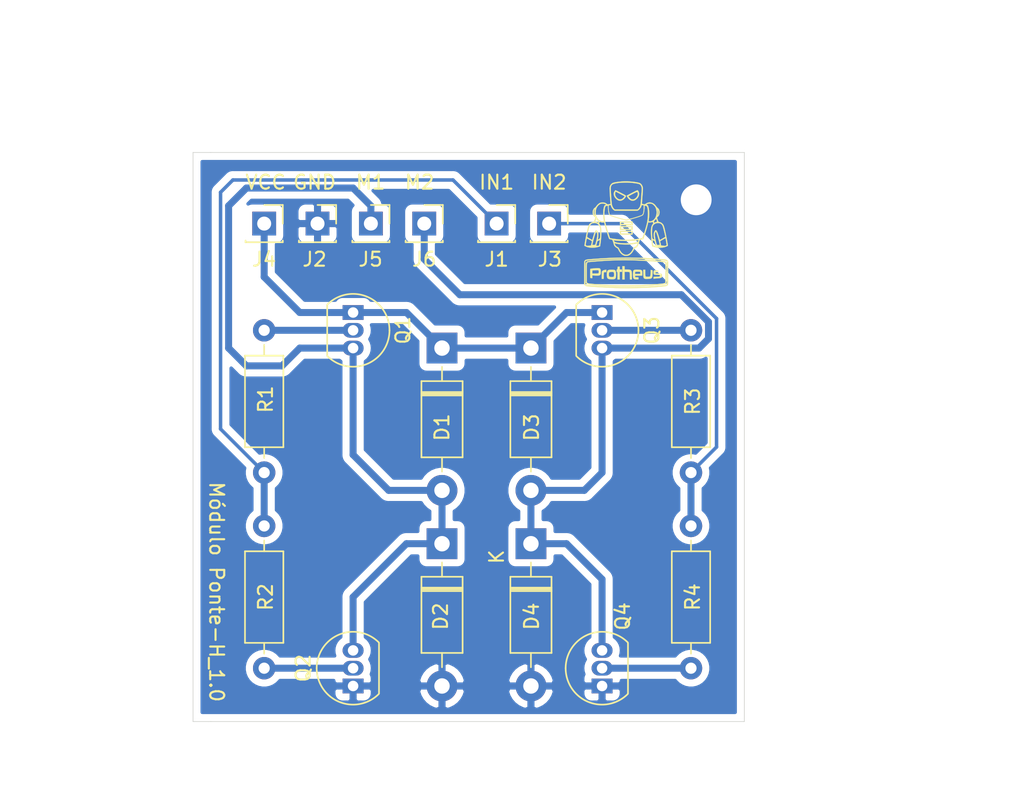
<source format=kicad_pcb>
(kicad_pcb (version 20171130) (host pcbnew 5.1.6-c6e7f7d~87~ubuntu18.04.1)

  (general
    (thickness 1.6)
    (drawings 16)
    (tracks 56)
    (zones 0)
    (modules 20)
    (nets 11)
  )

  (page A4)
  (layers
    (0 F.Cu signal)
    (31 B.Cu signal)
    (32 B.Adhes user)
    (33 F.Adhes user)
    (34 B.Paste user)
    (35 F.Paste user)
    (36 B.SilkS user)
    (37 F.SilkS user)
    (38 B.Mask user)
    (39 F.Mask user)
    (40 Dwgs.User user)
    (41 Cmts.User user)
    (42 Eco1.User user)
    (43 Eco2.User user)
    (44 Edge.Cuts user)
    (45 Margin user)
    (46 B.CrtYd user)
    (47 F.CrtYd user)
    (48 B.Fab user)
    (49 F.Fab user)
  )

  (setup
    (last_trace_width 0.25)
    (trace_clearance 0.2)
    (zone_clearance 0.508)
    (zone_45_only no)
    (trace_min 0.2)
    (via_size 0.8)
    (via_drill 0.4)
    (via_min_size 0.4)
    (via_min_drill 0.3)
    (uvia_size 0.3)
    (uvia_drill 0.1)
    (uvias_allowed no)
    (uvia_min_size 0.2)
    (uvia_min_drill 0.1)
    (edge_width 0.05)
    (segment_width 0.2)
    (pcb_text_width 0.3)
    (pcb_text_size 1.5 1.5)
    (mod_edge_width 0.12)
    (mod_text_size 1 1)
    (mod_text_width 0.15)
    (pad_size 1.524 1.524)
    (pad_drill 0.762)
    (pad_to_mask_clearance 0.05)
    (aux_axis_origin 0 0)
    (visible_elements FFFFFF7F)
    (pcbplotparams
      (layerselection 0x010fc_ffffffff)
      (usegerberextensions false)
      (usegerberattributes true)
      (usegerberadvancedattributes true)
      (creategerberjobfile true)
      (excludeedgelayer true)
      (linewidth 0.100000)
      (plotframeref false)
      (viasonmask false)
      (mode 1)
      (useauxorigin false)
      (hpglpennumber 1)
      (hpglpenspeed 20)
      (hpglpendiameter 15.000000)
      (psnegative false)
      (psa4output false)
      (plotreference true)
      (plotvalue true)
      (plotinvisibletext false)
      (padsonsilk false)
      (subtractmaskfromsilk false)
      (outputformat 1)
      (mirror false)
      (drillshape 1)
      (scaleselection 1)
      (outputdirectory ""))
  )

  (net 0 "")
  (net 1 "Net-(D1-Pad1)")
  (net 2 M1)
  (net 3 GND)
  (net 4 M2)
  (net 5 "Net-(J1-Pad1)")
  (net 6 "Net-(J3-Pad1)")
  (net 7 "Net-(Q1-Pad2)")
  (net 8 "Net-(Q2-Pad2)")
  (net 9 "Net-(Q3-Pad2)")
  (net 10 "Net-(Q4-Pad2)")

  (net_class Default "This is the default net class."
    (clearance 0.2)
    (trace_width 0.25)
    (via_dia 0.8)
    (via_drill 0.4)
    (uvia_dia 0.3)
    (uvia_drill 0.1)
    (add_net GND)
    (add_net M1)
    (add_net M2)
    (add_net "Net-(D1-Pad1)")
    (add_net "Net-(J1-Pad1)")
    (add_net "Net-(J3-Pad1)")
    (add_net "Net-(Q1-Pad2)")
    (add_net "Net-(Q2-Pad2)")
    (add_net "Net-(Q3-Pad2)")
    (add_net "Net-(Q4-Pad2)")
  )

  (module Diode_THT:D_DO-41_SOD81_P10.16mm_Horizontal (layer F.Cu) (tedit 5AE50CD5) (tstamp 5F148AF3)
    (at 101.6 53.34 270)
    (descr "Diode, DO-41_SOD81 series, Axial, Horizontal, pin pitch=10.16mm, , length*diameter=5.2*2.7mm^2, , http://www.diodes.com/_files/packages/DO-41%20(Plastic).pdf")
    (tags "Diode DO-41_SOD81 series Axial Horizontal pin pitch 10.16mm  length 5.2mm diameter 2.7mm")
    (path /5F14E836)
    (fp_text reference D1 (at 5.66 0 90) (layer F.SilkS)
      (effects (font (size 1 1) (thickness 0.15)))
    )
    (fp_text value 1N4007 (at 5.08 2.47 90) (layer F.Fab)
      (effects (font (size 1 1) (thickness 0.15)))
    )
    (fp_line (start 2.48 -1.35) (end 2.48 1.35) (layer F.Fab) (width 0.1))
    (fp_line (start 2.48 1.35) (end 7.68 1.35) (layer F.Fab) (width 0.1))
    (fp_line (start 7.68 1.35) (end 7.68 -1.35) (layer F.Fab) (width 0.1))
    (fp_line (start 7.68 -1.35) (end 2.48 -1.35) (layer F.Fab) (width 0.1))
    (fp_line (start 0 0) (end 2.48 0) (layer F.Fab) (width 0.1))
    (fp_line (start 10.16 0) (end 7.68 0) (layer F.Fab) (width 0.1))
    (fp_line (start 3.26 -1.35) (end 3.26 1.35) (layer F.Fab) (width 0.1))
    (fp_line (start 3.36 -1.35) (end 3.36 1.35) (layer F.Fab) (width 0.1))
    (fp_line (start 3.16 -1.35) (end 3.16 1.35) (layer F.Fab) (width 0.1))
    (fp_line (start 2.36 -1.47) (end 2.36 1.47) (layer F.SilkS) (width 0.12))
    (fp_line (start 2.36 1.47) (end 7.8 1.47) (layer F.SilkS) (width 0.12))
    (fp_line (start 7.8 1.47) (end 7.8 -1.47) (layer F.SilkS) (width 0.12))
    (fp_line (start 7.8 -1.47) (end 2.36 -1.47) (layer F.SilkS) (width 0.12))
    (fp_line (start 1.34 0) (end 2.36 0) (layer F.SilkS) (width 0.12))
    (fp_line (start 8.82 0) (end 7.8 0) (layer F.SilkS) (width 0.12))
    (fp_line (start 3.26 -1.47) (end 3.26 1.47) (layer F.SilkS) (width 0.12))
    (fp_line (start 3.38 -1.47) (end 3.38 1.47) (layer F.SilkS) (width 0.12))
    (fp_line (start 3.14 -1.47) (end 3.14 1.47) (layer F.SilkS) (width 0.12))
    (fp_line (start -1.35 -1.6) (end -1.35 1.6) (layer F.CrtYd) (width 0.05))
    (fp_line (start -1.35 1.6) (end 11.51 1.6) (layer F.CrtYd) (width 0.05))
    (fp_line (start 11.51 1.6) (end 11.51 -1.6) (layer F.CrtYd) (width 0.05))
    (fp_line (start 11.51 -1.6) (end -1.35 -1.6) (layer F.CrtYd) (width 0.05))
    (fp_text user %R (at 5.47 0 90) (layer F.Fab)
      (effects (font (size 1 1) (thickness 0.15)))
    )
    (fp_text user K (at 0 -2.1 90) (layer F.Fab) hide
      (effects (font (size 1 1) (thickness 0.15)))
    )
    (fp_text user K (at 0 -2.1 90) (layer F.SilkS) hide
      (effects (font (size 1 1) (thickness 0.15)))
    )
    (pad 1 thru_hole rect (at 0 0 270) (size 2.2 2.2) (drill 1.1) (layers *.Cu *.Mask)
      (net 1 "Net-(D1-Pad1)"))
    (pad 2 thru_hole oval (at 10.16 0 270) (size 2.2 2.2) (drill 1.1) (layers *.Cu *.Mask)
      (net 2 M1))
    (model ${KISYS3DMOD}/Diode_THT.3dshapes/D_DO-41_SOD81_P10.16mm_Horizontal.wrl
      (at (xyz 0 0 0))
      (scale (xyz 1 1 1))
      (rotate (xyz 0 0 0))
    )
  )

  (module MountingHole:MountingHole_2.2mm_M2 (layer F.Cu) (tedit 56D1B4CB) (tstamp 5F156DCB)
    (at 119.75 42.75)
    (descr "Mounting Hole 2.2mm, no annular, M2")
    (tags "mounting hole 2.2mm no annular m2")
    (attr virtual)
    (fp_text reference REF** (at 0.25 0) (layer F.SilkS) hide
      (effects (font (size 1 1) (thickness 0.15)))
    )
    (fp_text value MountingHole_2.2mm_M2 (at 0 3.2) (layer F.Fab)
      (effects (font (size 1 1) (thickness 0.15)))
    )
    (fp_circle (center 0 0) (end 2.45 0) (layer F.CrtYd) (width 0.05))
    (fp_circle (center 0 0) (end 2.2 0) (layer Cmts.User) (width 0.15))
    (fp_text user %R (at 0.3 0) (layer F.Fab)
      (effects (font (size 1 1) (thickness 0.15)))
    )
    (pad 1 np_thru_hole circle (at 0 0) (size 2.2 2.2) (drill 2.2) (layers *.Cu *.Mask))
  )

  (module MyLIB:logo_protheus_silk_8x8 (layer F.Cu) (tedit 0) (tstamp 5F156445)
    (at 114.75 45.25)
    (fp_text reference G*** (at 0 0) (layer F.SilkS) hide
      (effects (font (size 1.524 1.524) (thickness 0.3)))
    )
    (fp_text value LOGO (at 0.75 0) (layer F.SilkS) hide
      (effects (font (size 1.524 1.524) (thickness 0.3)))
    )
    (fp_poly (pts (xy -1.966468 2.383599) (xy -1.916247 2.389735) (xy -1.888246 2.397595) (xy -1.851563 2.42916)
      (xy -1.827096 2.48016) (xy -1.81365 2.554395) (xy -1.809985 2.646367) (xy -1.812905 2.735418)
      (xy -1.823736 2.803273) (xy -1.846088 2.852467) (xy -1.883573 2.885534) (xy -1.9398 2.905008)
      (xy -2.018379 2.913423) (xy -2.122922 2.913313) (xy -2.186782 2.910819) (xy -2.413 2.900309)
      (xy -2.413 3.095625) (xy -2.464594 3.093783) (xy -2.509953 3.090262) (xy -2.543969 3.084681)
      (xy -2.553377 3.079837) (xy -2.5604 3.068172) (xy -2.56538 3.045592) (xy -2.568662 3.008002)
      (xy -2.570588 2.951306) (xy -2.571503 2.871409) (xy -2.571749 2.764215) (xy -2.57175 2.75345)
      (xy -2.571671 2.644415) (xy -2.571136 2.562977) (xy -2.570684 2.544754) (xy -2.413 2.544754)
      (xy -2.413 2.76225) (xy -2.199247 2.76225) (xy -2.112456 2.761887) (xy -2.052053 2.760323)
      (xy -2.012677 2.756843) (xy -1.98897 2.750731) (xy -1.975572 2.741273) (xy -1.969059 2.731543)
      (xy -1.957809 2.694798) (xy -1.952659 2.646954) (xy -1.952625 2.643187) (xy -1.957108 2.595345)
      (xy -1.968003 2.556922) (xy -1.969059 2.554831) (xy -1.980581 2.540412) (xy -2.000114 2.530734)
      (xy -2.032233 2.525484) (xy -2.08151 2.524351) (xy -2.152522 2.527022) (xy -2.249841 2.533184)
      (xy -2.267687 2.534439) (xy -2.413 2.544754) (xy -2.570684 2.544754) (xy -2.569697 2.504984)
      (xy -2.566907 2.466283) (xy -2.562318 2.442721) (xy -2.555483 2.430146) (xy -2.545955 2.424405)
      (xy -2.536032 2.421929) (xy -2.4939 2.41544) (xy -2.42823 2.408091) (xy -2.347197 2.400535)
      (xy -2.258978 2.393424) (xy -2.171748 2.387409) (xy -2.093682 2.383145) (xy -2.032957 2.381282)
      (xy -2.026147 2.38125) (xy -1.966468 2.383599)) (layer F.SilkS) (width 0.01))
    (fp_poly (pts (xy 2.14879 2.53681) (xy 2.210481 2.540544) (xy 2.259769 2.546252) (xy 2.288162 2.552866)
      (xy 2.291195 2.55472) (xy 2.29913 2.578717) (xy 2.299147 2.613472) (xy 2.293738 2.64059)
      (xy 2.279784 2.654326) (xy 2.248543 2.659562) (xy 2.214562 2.660726) (xy 2.154015 2.662466)
      (xy 2.118525 2.666188) (xy 2.1014 2.674379) (xy 2.09595 2.689525) (xy 2.0955 2.704989)
      (xy 2.098343 2.7278) (xy 2.110063 2.743654) (xy 2.135448 2.753788) (xy 2.179286 2.759437)
      (xy 2.246362 2.761837) (xy 2.317289 2.76225) (xy 2.410931 2.763955) (xy 2.477458 2.771003)
      (xy 2.521413 2.786292) (xy 2.547335 2.812719) (xy 2.559768 2.853181) (xy 2.563251 2.910577)
      (xy 2.563283 2.919206) (xy 2.56135 2.968793) (xy 2.553298 3.008206) (xy 2.535744 3.038934)
      (xy 2.505307 3.062465) (xy 2.458607 3.08029) (xy 2.392261 3.093897) (xy 2.302888 3.104775)
      (xy 2.187107 3.114414) (xy 2.107406 3.119964) (xy 1.952625 3.130338) (xy 1.952625 3.004897)
      (xy 2.050203 2.994698) (xy 2.120505 2.989175) (xy 2.202064 2.985373) (xy 2.260547 2.984256)
      (xy 2.33309 2.982101) (xy 2.379057 2.974382) (xy 2.403471 2.958654) (xy 2.411351 2.932473)
      (xy 2.410302 2.911339) (xy 2.405062 2.865437) (xy 2.206625 2.861322) (xy 2.1116 2.858275)
      (xy 2.04376 2.851666) (xy 1.998546 2.838449) (xy 1.971396 2.815573) (xy 1.957751 2.779991)
      (xy 1.95305 2.728653) (xy 1.952625 2.691514) (xy 1.956122 2.62385) (xy 1.969874 2.578326)
      (xy 1.998772 2.551083) (xy 2.047705 2.538267) (xy 2.121564 2.536019) (xy 2.14879 2.53681)) (layer F.SilkS) (width 0.01))
    (fp_poly (pts (xy 1.365484 2.702718) (xy 1.367425 2.812145) (xy 1.372919 2.892368) (xy 1.381883 2.942381)
      (xy 1.385919 2.95275) (xy 1.397585 2.971899) (xy 1.413495 2.983635) (xy 1.440839 2.989766)
      (xy 1.486803 2.992096) (xy 1.543904 2.992437) (xy 1.613929 2.991712) (xy 1.664685 2.986588)
      (xy 1.699419 2.972638) (xy 1.721377 2.945438) (xy 1.733805 2.900561) (xy 1.739951 2.833584)
      (xy 1.74306 2.740079) (xy 1.743543 2.720309) (xy 1.748774 2.504786) (xy 1.797121 2.514455)
      (xy 1.839312 2.521446) (xy 1.868752 2.524125) (xy 1.877822 2.52844) (xy 1.883898 2.54435)
      (xy 1.887315 2.5763) (xy 1.888408 2.628736) (xy 1.88751 2.706105) (xy 1.886353 2.758281)
      (xy 1.881595 2.878251) (xy 1.871638 2.970377) (xy 1.853118 3.038508) (xy 1.822666 3.086498)
      (xy 1.776918 3.118198) (xy 1.712506 3.137459) (xy 1.626064 3.148134) (xy 1.541404 3.152968)
      (xy 1.452785 3.155215) (xy 1.389556 3.15276) (xy 1.345648 3.145173) (xy 1.325562 3.137751)
      (xy 1.293611 3.12042) (xy 1.26962 3.099649) (xy 1.252341 3.070822) (xy 1.240524 3.029323)
      (xy 1.232921 2.970534) (xy 1.228281 2.889841) (xy 1.225357 2.782625) (xy 1.225032 2.766218)
      (xy 1.219752 2.492375) (xy 1.36525 2.492375) (xy 1.365484 2.702718)) (layer F.SilkS) (width 0.01))
    (fp_poly (pts (xy -1.412875 2.667) (xy -1.491692 2.667) (xy -1.5436 2.67004) (xy -1.573215 2.681104)
      (xy -1.586942 2.697706) (xy -1.593025 2.724456) (xy -1.598091 2.776033) (xy -1.601677 2.84552)
      (xy -1.60332 2.925998) (xy -1.603375 2.943768) (xy -1.603247 3.031282) (xy -1.604365 3.091653)
      (xy -1.608988 3.129473) (xy -1.619375 3.149331) (xy -1.637783 3.15582) (xy -1.666469 3.15353)
      (xy -1.703648 3.147652) (xy -1.748357 3.140937) (xy -1.743335 2.881389) (xy -1.74125 2.7847)
      (xy -1.73881 2.714479) (xy -1.735257 2.665445) (xy -1.729834 2.632318) (xy -1.721782 2.609819)
      (xy -1.710343 2.592666) (xy -1.70026 2.581381) (xy -1.657326 2.547058) (xy -1.599559 2.522914)
      (xy -1.519777 2.506263) (xy -1.488282 2.502061) (xy -1.412875 2.492982) (xy -1.412875 2.667)) (layer F.SilkS) (width 0.01))
    (fp_poly (pts (xy 0.821902 2.488444) (xy 0.927283 2.491859) (xy 1.005593 2.498611) (xy 1.061463 2.510302)
      (xy 1.099523 2.528534) (xy 1.124405 2.554907) (xy 1.14074 2.591023) (xy 1.143409 2.599623)
      (xy 1.151299 2.644772) (xy 1.155851 2.708627) (xy 1.156195 2.778241) (xy 1.155925 2.786062)
      (xy 1.150937 2.913062) (xy 0.891992 2.917429) (xy 0.633047 2.921795) (xy 0.642937 3.024187)
      (xy 0.762 3.032125) (xy 0.881062 3.040062) (xy 0.881062 3.182937) (xy 0.762 3.186607)
      (xy 0.676835 3.184943) (xy 0.612104 3.17476) (xy 0.592371 3.167961) (xy 0.552268 3.144864)
      (xy 0.523133 3.113061) (xy 0.503429 3.067748) (xy 0.491618 3.004125) (xy 0.486161 2.917389)
      (xy 0.485315 2.833687) (xy 0.486902 2.740239) (xy 0.635 2.740239) (xy 0.635 2.795007)
      (xy 0.821531 2.790535) (xy 1.008062 2.786062) (xy 1.013009 2.743191) (xy 1.010416 2.697994)
      (xy 1.000545 2.667785) (xy 0.989942 2.653075) (xy 0.97288 2.643593) (xy 0.94306 2.638213)
      (xy 0.894183 2.635808) (xy 0.819951 2.63525) (xy 0.818702 2.63525) (xy 0.740136 2.635888)
      (xy 0.687932 2.639858) (xy 0.656704 2.650237) (xy 0.641064 2.670103) (xy 0.635625 2.702536)
      (xy 0.635 2.740239) (xy 0.486902 2.740239) (xy 0.487256 2.719455) (xy 0.49468 2.633135)
      (xy 0.51128 2.570939) (xy 0.540748 2.52908) (xy 0.586778 2.503771) (xy 0.653061 2.491223)
      (xy 0.743291 2.487649) (xy 0.821902 2.488444)) (layer F.SilkS) (width 0.01))
    (fp_poly (pts (xy -0.111125 2.4765) (xy 0.064009 2.4765) (xy 0.165767 2.478499) (xy 0.245602 2.48676)
      (xy 0.306153 2.504681) (xy 0.350059 2.535658) (xy 0.379958 2.583087) (xy 0.39849 2.650367)
      (xy 0.408293 2.740892) (xy 0.412007 2.858061) (xy 0.412401 2.924968) (xy 0.41275 3.190875)
      (xy 0.272724 3.190875) (xy 0.267331 2.947216) (xy 0.264056 2.842103) (xy 0.259343 2.7654)
      (xy 0.252854 2.713784) (xy 0.244257 2.683934) (xy 0.240149 2.677341) (xy 0.22407 2.665049)
      (xy 0.196362 2.657164) (xy 0.150981 2.652834) (xy 0.08188 2.651211) (xy 0.053618 2.651125)
      (xy -0.111125 2.651125) (xy -0.111125 3.190875) (xy -0.269875 3.190875) (xy -0.269875 2.238375)
      (xy -0.111125 2.238375) (xy -0.111125 2.4765)) (layer F.SilkS) (width 0.01))
    (fp_poly (pts (xy -0.460375 2.4765) (xy -0.301625 2.4765) (xy -0.301625 2.651125) (xy -0.460375 2.651125)
      (xy -0.460375 3.190875) (xy -0.619125 3.190875) (xy -0.619125 2.921) (xy -0.619292 2.822671)
      (xy -0.620139 2.751659) (xy -0.622188 2.703527) (xy -0.625961 2.673844) (xy -0.63198 2.658173)
      (xy -0.640766 2.652082) (xy -0.650875 2.651125) (xy -0.669224 2.647335) (xy -0.678782 2.630949)
      (xy -0.682287 2.594444) (xy -0.682625 2.563812) (xy -0.681202 2.513265) (xy -0.675163 2.486935)
      (xy -0.661856 2.477349) (xy -0.651633 2.4765) (xy -0.634316 2.472509) (xy -0.62412 2.45586)
      (xy -0.618519 2.419531) (xy -0.615914 2.377281) (xy -0.611188 2.278062) (xy -0.535782 2.273223)
      (xy -0.460375 2.268385) (xy -0.460375 2.4765)) (layer F.SilkS) (width 0.01))
    (fp_poly (pts (xy -0.933322 2.494527) (xy -0.861364 2.502178) (xy -0.810507 2.517115) (xy -0.775535 2.541125)
      (xy -0.751234 2.575999) (xy -0.744393 2.590845) (xy -0.733501 2.635159) (xy -0.726138 2.702227)
      (xy -0.722305 2.783251) (xy -0.722002 2.86943) (xy -0.725228 2.951966) (xy -0.731984 3.02206)
      (xy -0.742269 3.070912) (xy -0.744393 3.076529) (xy -0.771856 3.120544) (xy -0.813886 3.1518)
      (xy -0.874129 3.171278) (xy -0.956233 3.179955) (xy -1.063843 3.178809) (xy -1.114536 3.175841)
      (xy -1.204484 3.165457) (xy -1.272582 3.14579) (xy -1.321465 3.113098) (xy -1.353771 3.063636)
      (xy -1.372137 2.993659) (xy -1.379201 2.899425) (xy -1.378477 2.810214) (xy -1.235573 2.810214)
      (xy -1.234544 2.895359) (xy -1.219366 2.954372) (xy -1.188722 2.99016) (xy -1.147316 3.004845)
      (xy -1.070654 3.012642) (xy -0.997832 3.013435) (xy -0.937625 3.007613) (xy -0.898808 2.995563)
      (xy -0.896003 2.993717) (xy -0.880752 2.978237) (xy -0.871463 2.954341) (xy -0.866752 2.914827)
      (xy -0.865232 2.852495) (xy -0.865188 2.833687) (xy -0.867032 2.755361) (xy -0.876017 2.70287)
      (xy -0.897323 2.671407) (xy -0.936132 2.656162) (xy -0.997624 2.652329) (xy -1.05887 2.653936)
      (xy -1.128825 2.659086) (xy -1.181058 2.667739) (xy -1.208699 2.67874) (xy -1.20918 2.679197)
      (xy -1.220148 2.704429) (xy -1.229615 2.751301) (xy -1.235545 2.809707) (xy -1.235573 2.810214)
      (xy -1.378477 2.810214) (xy -1.378403 2.801224) (xy -1.372369 2.698413) (xy -1.358612 2.621002)
      (xy -1.333199 2.565489) (xy -1.2922 2.528371) (xy -1.231681 2.506148) (xy -1.147711 2.495318)
      (xy -1.036356 2.492378) (xy -1.031597 2.492375) (xy -0.933322 2.494527)) (layer F.SilkS) (width 0.01))
    (fp_poly (pts (xy 0.823846 -3.179666) (xy 0.860616 -3.141359) (xy 0.892258 -3.080875) (xy 0.915094 -3.00775)
      (xy 0.925448 -2.931526) (xy 0.925687 -2.915473) (xy 0.912893 -2.811737) (xy 0.875022 -2.715464)
      (xy 0.809635 -2.621497) (xy 0.762701 -2.570574) (xy 0.6696 -2.494387) (xy 0.571904 -2.44716)
      (xy 0.472283 -2.429701) (xy 0.373404 -2.442816) (xy 0.357187 -2.44803) (xy 0.268534 -2.493631)
      (xy 0.183728 -2.564418) (xy 0.109585 -2.653965) (xy 0.071183 -2.717572) (xy 0.056529 -2.745571)
      (xy 0.15875 -2.745571) (xy 0.169876 -2.723539) (xy 0.198677 -2.688275) (xy 0.238284 -2.64669)
      (xy 0.281831 -2.605693) (xy 0.322449 -2.572195) (xy 0.347132 -2.556007) (xy 0.427045 -2.529499)
      (xy 0.510212 -2.529013) (xy 0.576257 -2.549812) (xy 0.667842 -2.609134) (xy 0.74235 -2.683381)
      (xy 0.796747 -2.767306) (xy 0.828001 -2.85566) (xy 0.833078 -2.943197) (xy 0.825826 -2.981609)
      (xy 0.816332 -3.015335) (xy 0.806552 -3.039671) (xy 0.792792 -3.053958) (xy 0.771357 -3.057538)
      (xy 0.738553 -3.049753) (xy 0.690685 -3.029945) (xy 0.62406 -2.997455) (xy 0.534981 -2.951626)
      (xy 0.471066 -2.918411) (xy 0.380536 -2.870926) (xy 0.30031 -2.827972) (xy 0.234414 -2.791775)
      (xy 0.18687 -2.764562) (xy 0.161704 -2.748561) (xy 0.15875 -2.745571) (xy 0.056529 -2.745571)
      (xy 0.03225 -2.791957) (xy 0.115344 -2.838537) (xy 0.154919 -2.860105) (xy 0.216969 -2.893169)
      (xy 0.295735 -2.934696) (xy 0.385461 -2.981652) (xy 0.480389 -3.031004) (xy 0.498485 -3.040375)
      (xy 0.604346 -3.094511) (xy 0.685578 -3.134437) (xy 0.745249 -3.161469) (xy 0.786428 -3.176918)
      (xy 0.812181 -3.182099) (xy 0.823846 -3.179666)) (layer F.SilkS) (width 0.01))
    (fp_poly (pts (xy -0.727025 -3.16939) (xy -0.674188 -3.147061) (xy -0.600092 -3.112034) (xy -0.502622 -3.063351)
      (xy -0.379666 -3.000057) (xy -0.37592 -2.998109) (xy -0.26302 -2.939224) (xy -0.175314 -2.892886)
      (xy -0.109749 -2.857144) (xy -0.063273 -2.830046) (xy -0.032833 -2.809641) (xy -0.015376 -2.793978)
      (xy -0.007848 -2.781107) (xy -0.007199 -2.769076) (xy -0.008386 -2.763219) (xy -0.02408 -2.723311)
      (xy -0.04919 -2.678851) (xy -0.051171 -2.675906) (xy -0.135294 -2.572417) (xy -0.226444 -2.496499)
      (xy -0.322443 -2.449046) (xy -0.421112 -2.430957) (xy -0.520272 -2.443127) (xy -0.5715 -2.461799)
      (xy -0.646375 -2.507181) (xy -0.722434 -2.572879) (xy -0.789986 -2.649381) (xy -0.836869 -2.722254)
      (xy -0.870377 -2.812932) (xy -0.884458 -2.896879) (xy -0.885583 -2.935042) (xy -0.791705 -2.935042)
      (xy -0.782522 -2.840945) (xy -0.743174 -2.746086) (xy -0.675637 -2.654267) (xy -0.594287 -2.582535)
      (xy -0.507933 -2.540224) (xy -0.419303 -2.527849) (xy -0.331127 -2.545926) (xy -0.270144 -2.577626)
      (xy -0.237599 -2.603667) (xy -0.199978 -2.640176) (xy -0.163211 -2.680382) (xy -0.133231 -2.717513)
      (xy -0.11597 -2.744797) (xy -0.114983 -2.754762) (xy -0.12964 -2.762691) (xy -0.168435 -2.783064)
      (xy -0.227293 -2.813759) (xy -0.30214 -2.852652) (xy -0.388903 -2.897622) (xy -0.432808 -2.920341)
      (xy -0.746553 -3.082604) (xy -0.770152 -3.026125) (xy -0.791705 -2.935042) (xy -0.885583 -2.935042)
      (xy -0.886269 -2.95831) (xy -0.878394 -3.006281) (xy -0.857304 -3.057766) (xy -0.846618 -3.078854)
      (xy -0.818764 -3.127381) (xy -0.792604 -3.164619) (xy -0.777371 -3.179775) (xy -0.760715 -3.179976)
      (xy -0.727025 -3.16939)) (layer F.SilkS) (width 0.01))
    (fp_poly (pts (xy 0.460375 -0.682625) (xy 0.01852 -0.682625) (xy -0.096875 -0.682992) (xy -0.201784 -0.684025)
      (xy -0.292048 -0.685628) (xy -0.363509 -0.687704) (xy -0.412009 -0.690156) (xy -0.433389 -0.692886)
      (xy -0.433917 -0.693209) (xy -0.438921 -0.713089) (xy -0.442649 -0.756236) (xy -0.444434 -0.814173)
      (xy -0.4445 -0.828146) (xy -0.4445 -0.873125) (xy -0.365125 -0.873125) (xy -0.365125 -0.777875)
      (xy 0.381 -0.777875) (xy 0.381 -0.873125) (xy -0.365125 -0.873125) (xy -0.4445 -0.873125)
      (xy -0.4445 -0.9525) (xy 0.460375 -0.9525) (xy 0.460375 -0.682625)) (layer F.SilkS) (width 0.01))
    (fp_poly (pts (xy 0.460375 -0.34925) (xy -0.4445 -0.34925) (xy -0.4445 -0.53975) (xy -0.365125 -0.53975)
      (xy -0.365125 -0.428625) (xy 0.381 -0.428625) (xy 0.381 -0.53975) (xy -0.365125 -0.53975)
      (xy -0.4445 -0.53975) (xy -0.4445 -0.619125) (xy 0.460375 -0.619125) (xy 0.460375 -0.34925)) (layer F.SilkS) (width 0.01))
    (fp_poly (pts (xy 0.460375 -0.015875) (xy -0.4445 -0.015875) (xy -0.4445 -0.206375) (xy -0.365125 -0.206375)
      (xy -0.365125 -0.09525) (xy 0.381 -0.09525) (xy 0.381 -0.206375) (xy -0.365125 -0.206375)
      (xy -0.4445 -0.206375) (xy -0.4445 -0.28575) (xy 0.460375 -0.28575) (xy 0.460375 -0.015875)) (layer F.SilkS) (width 0.01))
    (fp_poly (pts (xy 0.448657 1.745312) (xy 0.590566 1.750172) (xy 0.746434 1.756436) (xy 0.913341 1.76392)
      (xy 1.08837 1.772441) (xy 1.268603 1.781814) (xy 1.451119 1.791855) (xy 1.633001 1.802379)
      (xy 1.81133 1.813203) (xy 1.983188 1.824142) (xy 2.145655 1.835011) (xy 2.295813 1.845628)
      (xy 2.430744 1.855807) (xy 2.547528 1.865365) (xy 2.643248 1.874117) (xy 2.714985 1.881878)
      (xy 2.759819 1.888466) (xy 2.773145 1.892027) (xy 2.810876 1.919278) (xy 2.847597 1.959349)
      (xy 2.852938 1.966878) (xy 2.88925 2.02082) (xy 2.88925 2.71776) (xy 2.889206 2.893117)
      (xy 2.888848 3.039525) (xy 2.887833 3.159789) (xy 2.885818 3.256709) (xy 2.882461 3.333089)
      (xy 2.87742 3.391731) (xy 2.870351 3.435437) (xy 2.860912 3.46701) (xy 2.848762 3.489252)
      (xy 2.833557 3.504965) (xy 2.814956 3.516952) (xy 2.792614 3.528014) (xy 2.790085 3.529214)
      (xy 2.751461 3.540595) (xy 2.682247 3.552853) (xy 2.583588 3.565828) (xy 2.456628 3.57936)
      (xy 2.380604 3.586491) (xy 1.654805 3.641985) (xy 0.926256 3.678114) (xy 0.202715 3.694649)
      (xy -0.508065 3.691364) (xy -0.867694 3.681827) (xy -1.198703 3.668576) (xy -1.522583 3.651552)
      (xy -1.852019 3.630003) (xy -2.199697 3.603179) (xy -2.206625 3.602608) (xy -2.355772 3.590172)
      (xy -2.47669 3.579561) (xy -2.572806 3.570136) (xy -2.647546 3.561261) (xy -2.704334 3.5523)
      (xy -2.746599 3.542614) (xy -2.777765 3.531567) (xy -2.801258 3.518522) (xy -2.820505 3.502841)
      (xy -2.837657 3.48527) (xy -2.88925 3.429466) (xy -2.889227 2.738649) (xy -2.809875 2.738649)
      (xy -2.809875 3.398693) (xy -2.773314 3.435254) (xy -2.761675 3.446377) (xy -2.749006 3.455615)
      (xy -2.731993 3.463456) (xy -2.707323 3.470389) (xy -2.671684 3.476901) (xy -2.621762 3.483482)
      (xy -2.554246 3.490617) (xy -2.465823 3.498797) (xy -2.353179 3.508508) (xy -2.213001 3.520238)
      (xy -2.174875 3.52341) (xy -1.7549 3.55555) (xy -1.355166 3.580104) (xy -0.965252 3.597448)
      (xy -0.574738 3.607962) (xy -0.173205 3.612021) (xy 0.223399 3.610292) (xy 0.37837 3.608315)
      (xy 0.537734 3.605657) (xy 0.695342 3.602463) (xy 0.845043 3.59888) (xy 0.98069 3.595052)
      (xy 1.09613 3.591127) (xy 1.175899 3.587717) (xy 1.424435 3.574766) (xy 1.653132 3.561198)
      (xy 1.873897 3.546201) (xy 2.09864 3.528962) (xy 2.33927 3.508668) (xy 2.357437 3.507075)
      (xy 2.481023 3.495788) (xy 2.576747 3.485939) (xy 2.64843 3.476955) (xy 2.699897 3.468262)
      (xy 2.73497 3.459285) (xy 2.757472 3.449451) (xy 2.76225 3.446316) (xy 2.801937 3.417644)
      (xy 2.806348 2.744666) (xy 2.807089 2.600323) (xy 2.807393 2.464921) (xy 2.80728 2.341958)
      (xy 2.80677 2.234932) (xy 2.805885 2.147339) (xy 2.804645 2.082679) (xy 2.803071 2.044448)
      (xy 2.802127 2.036169) (xy 2.796959 2.018193) (xy 2.789162 2.0029) (xy 2.77611 1.989876)
      (xy 2.755181 1.978705) (xy 2.723749 1.968973) (xy 2.679189 1.960264) (xy 2.618877 1.952164)
      (xy 2.540189 1.944257) (xy 2.440501 1.936129) (xy 2.317187 1.927365) (xy 2.167623 1.917549)
      (xy 1.989184 1.906268) (xy 1.974809 1.905367) (xy 1.809187 1.895051) (xy 1.640871 1.884691)
      (xy 1.475102 1.874601) (xy 1.317123 1.865096) (xy 1.172176 1.856491) (xy 1.045504 1.849098)
      (xy 0.94235 1.843233) (xy 0.896937 1.84074) (xy 0.77157 1.835304) (xy 0.619792 1.830882)
      (xy 0.446927 1.827475) (xy 0.258299 1.825084) (xy 0.05923 1.823709) (xy -0.144955 1.823351)
      (xy -0.348934 1.824009) (xy -0.547383 1.825684) (xy -0.734978 1.828377) (xy -0.906397 1.832088)
      (xy -1.056316 1.836816) (xy -1.143 1.840601) (xy -1.283055 1.848083) (xy -1.433586 1.856917)
      (xy -1.590934 1.866826) (xy -1.751445 1.87753) (xy -1.911462 1.88875) (xy -2.067329 1.900208)
      (xy -2.215389 1.911624) (xy -2.351985 1.922721) (xy -2.473462 1.933219) (xy -2.576163 1.94284)
      (xy -2.656432 1.951305) (xy -2.710611 1.958335) (xy -2.727578 1.961402) (xy -2.746575 1.967149)
      (xy -2.76241 1.976942) (xy -2.775368 1.993484) (xy -2.785737 2.019481) (xy -2.793803 2.057638)
      (xy -2.799852 2.110659) (xy -2.80417 2.18125) (xy -2.807045 2.272115) (xy -2.808762 2.385959)
      (xy -2.809607 2.525488) (xy -2.809868 2.693406) (xy -2.809875 2.738649) (xy -2.889227 2.738649)
      (xy -2.889226 2.734701) (xy -2.889128 2.566368) (xy -2.888774 2.426809) (xy -2.888053 2.313048)
      (xy -2.886856 2.22211) (xy -2.885072 2.151019) (xy -2.882591 2.0968) (xy -2.879302 2.056477)
      (xy -2.875095 2.027073) (xy -2.869861 2.005615) (xy -2.863488 1.989125) (xy -2.861445 1.984915)
      (xy -2.844259 1.954495) (xy -2.824228 1.930076) (xy -2.797514 1.910574) (xy -2.760281 1.894904)
      (xy -2.708693 1.881985) (xy -2.638913 1.870731) (xy -2.547105 1.860061) (xy -2.429433 1.848891)
      (xy -2.357438 1.842584) (xy -1.726739 1.794292) (xy -1.124016 1.760651) (xy -0.549082 1.741657)
      (xy -0.001751 1.737303) (xy 0.448657 1.745312)) (layer F.SilkS) (width 0.01))
    (fp_poly (pts (xy 0.071202 -3.821094) (xy 0.101389 -3.819833) (xy 0.279993 -3.808738) (xy 0.447298 -3.794019)
      (xy 0.600078 -3.776186) (xy 0.735107 -3.755749) (xy 0.849155 -3.733218) (xy 0.938998 -3.709104)
      (xy 1.001407 -3.683917) (xy 1.015685 -3.675281) (xy 1.093856 -3.601892) (xy 1.153426 -3.503352)
      (xy 1.18273 -3.423263) (xy 1.189598 -3.39773) (xy 1.19469 -3.371825) (xy 1.197916 -3.341852)
      (xy 1.199188 -3.304118) (xy 1.198416 -3.254927) (xy 1.195514 -3.190584) (xy 1.190391 -3.107394)
      (xy 1.182958 -3.001663) (xy 1.173128 -2.869696) (xy 1.167715 -2.798367) (xy 1.158025 -2.67026)
      (xy 1.149164 -2.551593) (xy 1.141412 -2.446246) (xy 1.135051 -2.3581) (xy 1.13036 -2.291033)
      (xy 1.127622 -2.248927) (xy 1.127017 -2.236204) (xy 1.136232 -2.219368) (xy 1.167007 -2.20533)
      (xy 1.224273 -2.191897) (xy 1.228452 -2.191101) (xy 1.283786 -2.18142) (xy 1.319697 -2.179758)
      (xy 1.347943 -2.188152) (xy 1.380281 -2.208637) (xy 1.396286 -2.220159) (xy 1.504755 -2.280988)
      (xy 1.617967 -2.311984) (xy 1.732499 -2.313991) (xy 1.844927 -2.287859) (xy 1.951826 -2.234433)
      (xy 2.049771 -2.15456) (xy 2.135339 -2.049088) (xy 2.144372 -2.035133) (xy 2.183272 -1.98364)
      (xy 2.228678 -1.937361) (xy 2.249806 -1.920681) (xy 2.317024 -1.855861) (xy 2.362381 -1.769241)
      (xy 2.384944 -1.662896) (xy 2.38739 -1.6142) (xy 2.377509 -1.493225) (xy 2.345751 -1.394012)
      (xy 2.292409 -1.317398) (xy 2.27857 -1.304326) (xy 2.242098 -1.274432) (xy 2.213601 -1.254755)
      (xy 2.207186 -1.251667) (xy 2.204034 -1.235348) (xy 2.211172 -1.197467) (xy 2.225972 -1.145466)
      (xy 2.245803 -1.086786) (xy 2.268036 -1.028866) (xy 2.290043 -0.97915) (xy 2.309194 -0.945077)
      (xy 2.319194 -0.934665) (xy 2.347003 -0.924185) (xy 2.392754 -0.910422) (xy 2.420439 -0.90303)
      (xy 2.480229 -0.880837) (xy 2.537233 -0.842758) (xy 2.581728 -0.802622) (xy 2.620588 -0.762737)
      (xy 2.648654 -0.726586) (xy 2.670801 -0.685292) (xy 2.691901 -0.62998) (xy 2.713448 -0.562748)
      (xy 2.739205 -0.471433) (xy 2.768554 -0.353576) (xy 2.800459 -0.214044) (xy 2.83388 -0.057706)
      (xy 2.867782 0.110569) (xy 2.901126 0.285914) (xy 2.932876 0.46346) (xy 2.935948 0.481294)
      (xy 2.951497 0.572549) (xy 2.964983 0.652972) (xy 2.975547 0.717341) (xy 2.982332 0.760433)
      (xy 2.9845 0.776782) (xy 2.970804 0.789823) (xy 2.934877 0.809877) (xy 2.884457 0.833474)
      (xy 2.827283 0.857148) (xy 2.771093 0.87743) (xy 2.737377 0.88752) (xy 2.643609 0.906028)
      (xy 2.53112 0.918729) (xy 2.412548 0.924783) (xy 2.300532 0.923351) (xy 2.252535 0.91973)
      (xy 2.200523 0.912277) (xy 2.135785 0.89991) (xy 2.065147 0.884339) (xy 1.995437 0.86727)
      (xy 1.93348 0.850412) (xy 1.886105 0.835473) (xy 1.860137 0.82416) (xy 1.857253 0.82084)
      (xy 1.855186 0.804827) (xy 1.849578 0.762966) (xy 1.841187 0.700866) (xy 1.830769 0.624138)
      (xy 1.825763 0.587375) (xy 1.814017 0.49154) (xy 1.805088 0.406533) (xy 1.890867 0.406533)
      (xy 1.893272 0.449438) (xy 1.898978 0.510516) (xy 1.906446 0.574969) (xy 1.916748 0.652989)
      (xy 1.925641 0.705484) (xy 1.935016 0.738505) (xy 1.946767 0.758106) (xy 1.962787 0.770338)
      (xy 1.9685 0.77337) (xy 2.004978 0.785681) (xy 2.029329 0.785651) (xy 2.061722 0.77937)
      (xy 2.087636 0.777875) (xy 2.124801 0.777875) (xy 2.082369 0.618646) (xy 2.06284 0.547004)
      (xy 2.047408 0.499168) (xy 2.032167 0.46822) (xy 2.013214 0.447239) (xy 1.986645 0.429306)
      (xy 1.970194 0.419837) (xy 1.928958 0.39874) (xy 1.899944 0.388169) (xy 1.892266 0.388442)
      (xy 1.890867 0.406533) (xy 1.805088 0.406533) (xy 1.801798 0.375221) (xy 1.790168 0.249646)
      (xy 1.780191 0.126044) (xy 1.775162 0.053122) (xy 1.766588 -0.142907) (xy 1.766998 -0.202934)
      (xy 1.846739 -0.202934) (xy 1.848752 -0.063335) (xy 1.849986 -0.034443) (xy 1.855358 0.07079)
      (xy 1.860994 0.14921) (xy 1.86833 0.205733) (xy 1.878802 0.245274) (xy 1.893844 0.272748)
      (xy 1.914894 0.293072) (xy 1.943386 0.31116) (xy 1.952415 0.316228) (xy 1.992656 0.337463)
      (xy 2.011156 0.343031) (xy 2.013253 0.333846) (xy 2.010673 0.326192) (xy 2.0033 0.298195)
      (xy 1.992977 0.247844) (xy 1.981503 0.184178) (xy 1.976992 0.156995) (xy 1.963898 0.013132)
      (xy 1.968652 -0.041701) (xy 2.048999 -0.041701) (xy 2.050447 0.020717) (xy 2.052762 0.062678)
      (xy 2.064211 0.168791) (xy 2.086151 0.294313) (xy 2.116837 0.429356) (xy 2.118668 0.436562)
      (xy 2.143684 0.534477) (xy 2.162273 0.605974) (xy 2.175963 0.655369) (xy 2.186287 0.686979)
      (xy 2.194776 0.705122) (xy 2.20296 0.714115) (xy 2.212371 0.718275) (xy 2.219277 0.720257)
      (xy 2.251016 0.724057) (xy 2.296581 0.723848) (xy 2.343567 0.720401) (xy 2.379572 0.714492)
      (xy 2.391396 0.70952) (xy 2.392486 0.689461) (xy 2.385199 0.643803) (xy 2.370836 0.577184)
      (xy 2.350697 0.494243) (xy 2.340255 0.454101) (xy 2.430757 0.454101) (xy 2.43151 0.470732)
      (xy 2.438449 0.511295) (xy 2.450298 0.568863) (xy 2.45941 0.609457) (xy 2.494119 0.759659)
      (xy 2.600403 0.769721) (xy 2.658359 0.77562) (xy 2.705585 0.781168) (xy 2.7305 0.784925)
      (xy 2.757925 0.790666) (xy 2.76428 0.791908) (xy 2.784027 0.787497) (xy 2.820658 0.774249)
      (xy 2.831748 0.769724) (xy 2.872787 0.745454) (xy 2.889189 0.719312) (xy 2.88925 0.717757)
      (xy 2.886644 0.691984) (xy 2.879617 0.643771) (xy 2.869355 0.579868) (xy 2.857042 0.507028)
      (xy 2.843863 0.432001) (xy 2.831003 0.361538) (xy 2.819649 0.30239) (xy 2.810984 0.261307)
      (xy 2.806275 0.245109) (xy 2.791911 0.25083) (xy 2.756242 0.269003) (xy 2.705452 0.296189)
      (xy 2.645723 0.328946) (xy 2.583236 0.363834) (xy 2.524173 0.397413) (xy 2.474717 0.426241)
      (xy 2.44105 0.446878) (xy 2.430757 0.454101) (xy 2.340255 0.454101) (xy 2.326083 0.39962)
      (xy 2.298296 0.297953) (xy 2.268634 0.193882) (xy 2.2384 0.092046) (xy 2.208893 -0.002916)
      (xy 2.181415 -0.086365) (xy 2.157266 -0.153662) (xy 2.137746 -0.200167) (xy 2.134612 -0.206375)
      (xy 2.113664 -0.246063) (xy 2.078634 -0.16751) (xy 2.061994 -0.126036) (xy 2.052481 -0.087359)
      (xy 2.048999 -0.041701) (xy 1.968652 -0.041701) (xy 1.974733 -0.111814) (xy 2.009887 -0.220233)
      (xy 2.049978 -0.288704) (xy 2.083062 -0.323168) (xy 2.116303 -0.332649) (xy 2.15032 -0.316205)
      (xy 2.185733 -0.272893) (xy 2.223159 -0.201771) (xy 2.263218 -0.101898) (xy 2.306529 0.027669)
      (xy 2.3467 0.163038) (xy 2.37153 0.247681) (xy 2.390616 0.30537) (xy 2.405614 0.340023)
      (xy 2.418182 0.355563) (xy 2.428498 0.356558) (xy 2.451147 0.345302) (xy 2.494862 0.321489)
      (xy 2.553324 0.288625) (xy 2.619375 0.2507) (xy 2.683874 0.213249) (xy 2.737452 0.182041)
      (xy 2.774655 0.160258) (xy 2.790031 0.151084) (xy 2.790109 0.151029) (xy 2.790789 0.133088)
      (xy 2.784362 0.089538) (xy 2.772034 0.025416) (xy 2.755013 -0.054245) (xy 2.734508 -0.14441)
      (xy 2.711726 -0.240046) (xy 2.687875 -0.336118) (xy 2.664162 -0.427591) (xy 2.641797 -0.509433)
      (xy 2.621986 -0.576607) (xy 2.605937 -0.624081) (xy 2.601568 -0.634803) (xy 2.549579 -0.724196)
      (xy 2.482644 -0.787108) (xy 2.397965 -0.825278) (xy 2.292743 -0.840446) (xy 2.270125 -0.840872)
      (xy 2.157746 -0.827723) (xy 2.058 -0.789606) (xy 1.975284 -0.729175) (xy 1.913995 -0.649084)
      (xy 1.898196 -0.616365) (xy 1.87734 -0.546036) (xy 1.861501 -0.449926) (xy 1.851145 -0.333678)
      (xy 1.846739 -0.202934) (xy 1.766998 -0.202934) (xy 1.767735 -0.310564) (xy 1.778897 -0.451797)
      (xy 1.800366 -0.56855) (xy 1.832436 -0.66277) (xy 1.875399 -0.736404) (xy 1.8981 -0.763064)
      (xy 1.923359 -0.794043) (xy 1.928451 -0.821842) (xy 1.918705 -0.858314) (xy 1.905614 -0.895417)
      (xy 1.899117 -0.911568) (xy 1.985979 -0.911568) (xy 1.993507 -0.883673) (xy 2.002999 -0.870711)
      (xy 2.022165 -0.871148) (xy 2.059403 -0.885686) (xy 2.068914 -0.889963) (xy 2.117581 -0.908641)
      (xy 2.160153 -0.9194) (xy 2.170906 -0.920402) (xy 2.192329 -0.921884) (xy 2.202825 -0.929872)
      (xy 2.202549 -0.950466) (xy 2.191659 -0.989766) (xy 2.174037 -1.042832) (xy 2.14145 -1.139329)
      (xy 2.062912 -1.056287) (xy 2.014466 -0.999302) (xy 1.989718 -0.953291) (xy 1.985979 -0.911568)
      (xy 1.899117 -0.911568) (xy 1.897125 -0.916519) (xy 1.896412 -0.917721) (xy 1.880434 -0.916281)
      (xy 1.842896 -0.907557) (xy 1.801984 -0.896305) (xy 1.716753 -0.879338) (xy 1.645497 -0.879569)
      (xy 1.579562 -0.889157) (xy 1.528234 -0.678735) (xy 1.489039 -0.527726) (xy 1.440951 -0.357937)
      (xy 1.387163 -0.179946) (xy 1.330869 -0.004333) (xy 1.277447 0.152154) (xy 1.220792 0.312247)
      (xy 0.978534 0.357187) (xy 0.951029 0.4445) (xy 0.931702 0.507102) (xy 0.90901 0.582387)
      (xy 0.890846 0.64389) (xy 0.848166 0.756418) (xy 0.792317 0.842625) (xy 0.720574 0.906173)
      (xy 0.677434 0.930819) (xy 0.637579 0.951815) (xy 0.608504 0.97322) (xy 0.584275 1.002141)
      (xy 0.55896 1.045686) (xy 0.526628 1.110959) (xy 0.526032 1.112197) (xy 0.4532 1.23535)
      (xy 0.362759 1.342686) (xy 0.260438 1.428012) (xy 0.201166 1.463319) (xy 0.133517 1.48705)
      (xy 0.049761 1.500966) (xy -0.037179 1.504176) (xy -0.114378 1.495789) (xy -0.144744 1.487172)
      (xy -0.256666 1.429566) (xy -0.361161 1.345418) (xy -0.453122 1.23985) (xy -0.527441 1.117985)
      (xy -0.540666 1.090052) (xy -0.573517 1.02278) (xy -0.601494 0.980052) (xy -0.628772 0.955982)
      (xy -0.639526 0.950625) (xy -0.710761 0.911783) (xy -0.778594 0.858895) (xy -0.830784 0.801856)
      (xy -0.83933 0.789122) (xy -0.860845 0.744334) (xy -0.882933 0.682594) (xy -0.898897 0.624885)
      (xy -0.902349 0.611736) (xy -0.823161 0.611736) (xy -0.820056 0.627749) (xy -0.806361 0.664032)
      (xy -0.788454 0.705128) (xy -0.752845 0.76908) (xy -0.709108 0.815244) (xy -0.672855 0.840916)
      (xy -0.625434 0.869357) (xy -0.584896 0.890877) (xy -0.567885 0.898084) (xy -0.546686 0.917061)
      (xy -0.517573 0.960141) (xy -0.484118 1.021826) (xy -0.474407 1.041796) (xy -0.400897 1.172311)
      (xy -0.317445 1.277249) (xy -0.225942 1.355504) (xy -0.12828 1.40597) (xy -0.02635 1.427543)
      (xy 0.077957 1.419117) (xy 0.138657 1.400105) (xy 0.242138 1.341746) (xy 0.336336 1.253579)
      (xy 0.420514 1.136374) (xy 0.459882 1.064606) (xy 0.495052 0.995764) (xy 0.521871 0.948985)
      (xy 0.545815 0.917751) (xy 0.572363 0.895546) (xy 0.606994 0.875852) (xy 0.626824 0.865999)
      (xy 0.711517 0.809936) (xy 0.771326 0.738101) (xy 0.803212 0.655155) (xy 0.813365 0.604393)
      (xy 0.759901 0.620006) (xy 0.63733 0.648324) (xy 0.490071 0.670097) (xy 0.324515 0.685255)
      (xy 0.147058 0.693726) (xy -0.035908 0.695439) (xy -0.217989 0.690323) (xy -0.392791 0.678307)
      (xy -0.55392 0.659319) (xy -0.682625 0.636064) (xy -0.743749 0.623323) (xy -0.791825 0.614629)
      (xy -0.81945 0.611263) (xy -0.823161 0.611736) (xy -0.902349 0.611736) (xy -0.917607 0.553624)
      (xy -0.940106 0.480435) (xy -0.957116 0.432779) (xy -0.9597 0.426882) (xy -0.873545 0.426882)
      (xy -0.856625 0.457248) (xy -0.82776 0.488976) (xy -0.793732 0.513299) (xy -0.786641 0.516614)
      (xy -0.701964 0.543689) (xy -0.591046 0.566414) (xy -0.45913 0.584544) (xy -0.311461 0.597837)
      (xy -0.15328 0.606047) (xy 0.010168 0.60893) (xy 0.173642 0.606243) (xy 0.331897 0.59774)
      (xy 0.479691 0.583178) (xy 0.521571 0.577539) (xy 0.635323 0.558793) (xy 0.721485 0.53867)
      (xy 0.784215 0.515544) (xy 0.827671 0.487793) (xy 0.856012 0.453793) (xy 0.860745 0.445087)
      (xy 0.877174 0.409259) (xy 0.883982 0.38806) (xy 0.883642 0.386225) (xy 0.867167 0.386537)
      (xy 0.825364 0.39057) (xy 0.76435 0.397657) (xy 0.690241 0.407131) (xy 0.681709 0.408269)
      (xy 0.603468 0.416088) (xy 0.499036 0.422567) (xy 0.373945 0.427672) (xy 0.233726 0.43137)
      (xy 0.083912 0.433627) (xy -0.069965 0.434409) (xy -0.222374 0.433684) (xy -0.367783 0.431417)
      (xy -0.50066 0.427575) (xy -0.615472 0.422125) (xy -0.690563 0.416587) (xy -0.761405 0.410692)
      (xy -0.819679 0.406897) (xy -0.858702 0.405569) (xy -0.871735 0.406647) (xy -0.873545 0.426882)
      (xy -0.9597 0.426882) (xy -0.978464 0.384074) (xy -0.998544 0.357353) (xy -1.025402 0.34425)
      (xy -1.046626 0.339703) (xy -1.118613 0.327172) (xy -1.166498 0.316341) (xy -1.197174 0.30204)
      (xy -1.217536 0.279098) (xy -1.234479 0.242344) (xy -1.254897 0.186607) (xy -1.256468 0.182315)
      (xy -1.283802 0.104283) (xy -1.317064 0.003882) (xy -1.353909 -0.111277) (xy -1.391994 -0.23358)
      (xy -1.428974 -0.355416) (xy -1.462505 -0.469172) (xy -1.490245 -0.567237) (xy -1.508126 -0.635)
      (xy -1.531517 -0.729703) (xy -1.548715 -0.797876) (xy -1.56184 -0.843636) (xy -1.573014 -0.871095)
      (xy -1.584354 -0.884367) (xy -1.597983 -0.887567) (xy -1.61602 -0.884808) (xy -1.634947 -0.881093)
      (xy -1.697239 -0.879564) (xy -1.774751 -0.891164) (xy -1.79512 -0.89601) (xy -1.846243 -0.908384)
      (xy -1.88306 -0.915927) (xy -1.897074 -0.91706) (xy -1.903757 -0.900745) (xy -1.916081 -0.866027)
      (xy -1.918706 -0.858314) (xy -1.928735 -0.81889) (xy -1.92189 -0.79151) (xy -1.898101 -0.763064)
      (xy -1.848498 -0.690525) (xy -1.81049 -0.588955) (xy -1.784108 -0.45889) (xy -1.769379 -0.300868)
      (xy -1.766333 -0.115426) (xy -1.774997 0.096901) (xy -1.795402 0.335574) (xy -1.825842 0.587375)
      (xy -1.836882 0.668744) (xy -1.846231 0.73794) (xy -1.853133 0.789353) (xy -1.856835 0.817371)
      (xy -1.857254 0.82084) (xy -1.871292 0.826765) (xy -1.908547 0.839662) (xy -1.96191 0.8571)
      (xy -1.981341 0.863279) (xy -2.13284 0.90006) (xy -2.296822 0.920562) (xy -2.462971 0.924426)
      (xy -2.62097 0.911291) (xy -2.7305 0.889391) (xy -2.784095 0.872762) (xy -2.843183 0.850658)
      (xy -2.900193 0.826437) (xy -2.947556 0.803454) (xy -2.977699 0.785066) (xy -2.984501 0.776782)
      (xy -2.981932 0.757771) (xy -2.97694 0.726235) (xy -2.889542 0.726235) (xy -2.875536 0.745968)
      (xy -2.841757 0.765794) (xy -2.799768 0.780695) (xy -2.761133 0.785652) (xy -2.754313 0.784923)
      (xy -2.722459 0.780677) (xy -2.681754 0.776178) (xy -2.139439 0.776178) (xy -2.081751 0.782076)
      (xy -2.003649 0.782183) (xy -1.949393 0.764506) (xy -1.942571 0.75965) (xy -1.934969 0.740241)
      (xy -1.925585 0.697283) (xy -1.915456 0.638457) (xy -1.905619 0.571448) (xy -1.89711 0.503936)
      (xy -1.890969 0.443607) (xy -1.88823 0.398141) (xy -1.889932 0.375222) (xy -1.890548 0.374286)
      (xy -1.906469 0.378245) (xy -1.941043 0.395235) (xy -1.977147 0.415878) (xy -2.057159 0.464057)
      (xy -2.098299 0.620118) (xy -2.139439 0.776178) (xy -2.681754 0.776178) (xy -2.670734 0.77496)
      (xy -2.616279 0.769579) (xy -2.509995 0.759659) (xy -2.496262 0.700227) (xy -2.413 0.700227)
      (xy -2.400025 0.713983) (xy -2.385219 0.720113) (xy -2.353952 0.723857) (xy -2.308712 0.72384)
      (xy -2.261834 0.720758) (xy -2.22565 0.715307) (xy -2.213247 0.710413) (xy -2.204682 0.690659)
      (xy -2.190665 0.646083) (xy -2.172814 0.582815) (xy -2.152747 0.506987) (xy -2.132084 0.424728)
      (xy -2.112442 0.342169) (xy -2.095439 0.265441) (xy -2.094129 0.259196) (xy -2.070518 0.121736)
      (xy -2.062589 0.007793) (xy -2.070355 -0.08673) (xy -2.093831 -0.165933) (xy -2.095653 -0.170093)
      (xy -2.12954 -0.246063) (xy -2.152148 -0.203489) (xy -2.175972 -0.149772) (xy -2.205136 -0.069548)
      (xy -2.238233 0.032668) (xy -2.27386 0.152357) (xy -2.310611 0.285003) (xy -2.343473 0.411672)
      (xy -2.365793 0.501139) (xy -2.38514 0.57989) (xy -2.400277 0.642788) (xy -2.409964 0.684692)
      (xy -2.413 0.700227) (xy -2.496262 0.700227) (xy -2.475286 0.609457) (xy -2.461065 0.544884)
      (xy -2.450972 0.493061) (xy -2.446287 0.460923) (xy -2.446633 0.453946) (xy -2.474081 0.43448)
      (xy -2.519423 0.407025) (xy -2.576247 0.374954) (xy -2.638139 0.341639) (xy -2.698687 0.310452)
      (xy -2.751479 0.284766) (xy -2.790101 0.267953) (xy -2.808143 0.263386) (xy -2.808497 0.263642)
      (xy -2.814639 0.282612) (xy -2.824324 0.326024) (xy -2.836333 0.386927) (xy -2.84945 0.458373)
      (xy -2.862456 0.53341) (xy -2.874134 0.60509) (xy -2.883267 0.666462) (xy -2.888637 0.710577)
      (xy -2.889542 0.726235) (xy -2.97694 0.726235) (xy -2.974797 0.712699) (xy -2.963956 0.646788)
      (xy -2.950265 0.565259) (xy -2.935949 0.481294) (xy -2.904418 0.303796) (xy -2.871188 0.128009)
      (xy -2.870574 0.12494) (xy -2.784504 0.12494) (xy -2.784491 0.155925) (xy -2.782522 0.160306)
      (xy -2.76455 0.172607) (xy -2.726176 0.196166) (xy -2.673894 0.227229) (xy -2.614204 0.262046)
      (xy -2.553601 0.296864) (xy -2.498583 0.327933) (xy -2.455647 0.351502) (xy -2.431291 0.363817)
      (xy -2.428409 0.364774) (xy -2.421226 0.350541) (xy -2.407463 0.311315) (xy -2.388955 0.252721)
      (xy -2.367537 0.18038) (xy -2.362485 0.162718) (xy -2.315977 0.007182) (xy -2.27327 -0.117879)
      (xy -2.233731 -0.213426) (xy -2.196723 -0.280423) (xy -2.16161 -0.319831) (xy -2.127758 -0.332613)
      (xy -2.094531 -0.319732) (xy -2.065124 -0.28768) (xy -2.016622 -0.19379) (xy -1.988682 -0.079702)
      (xy -1.981802 0.050174) (xy -1.99648 0.191432) (xy -2.005769 0.238125) (xy -2.016728 0.29096)
      (xy -2.023371 0.329777) (xy -2.024272 0.346033) (xy -2.009537 0.341212) (xy -1.976264 0.323785)
      (xy -1.947015 0.306724) (xy -1.902873 0.277085) (xy -1.878943 0.2493) (xy -1.866736 0.21164)
      (xy -1.863188 0.190877) (xy -1.857405 0.132959) (xy -1.853536 0.052816) (xy -1.851506 -0.042499)
      (xy -1.851239 -0.145932) (xy -1.852659 -0.250433) (xy -1.855689 -0.348949) (xy -1.860255 -0.434426)
      (xy -1.866279 -0.499813) (xy -1.870936 -0.528176) (xy -1.909734 -0.633972) (xy -1.972438 -0.721014)
      (xy -2.055489 -0.786476) (xy -2.155329 -0.827535) (xy -2.265545 -0.841375) (xy -2.377585 -0.829971)
      (xy -2.468768 -0.795208) (xy -2.540602 -0.736263) (xy -2.588236 -0.665246) (xy -2.60628 -0.621932)
      (xy -2.627814 -0.55735) (xy -2.651661 -0.476499) (xy -2.676644 -0.38438) (xy -2.701586 -0.285994)
      (xy -2.725312 -0.186341) (xy -2.746643 -0.09042) (xy -2.764403 -0.003233) (xy -2.777416 0.07022)
      (xy -2.784504 0.12494) (xy -2.870574 0.12494) (xy -2.837295 -0.0412) (xy -2.803778 -0.198962)
      (xy -2.771674 -0.340409) (xy -2.74202 -0.460672) (xy -2.715854 -0.554884) (xy -2.713449 -0.562748)
      (xy -2.689243 -0.637713) (xy -2.668275 -0.690857) (xy -2.645672 -0.731057) (xy -2.616559 -0.767188)
      (xy -2.581729 -0.802622) (xy -2.520107 -0.856012) (xy -2.463419 -0.88871) (xy -2.42044 -0.90303)
      (xy -2.36326 -0.918736) (xy -2.32557 -0.935301) (xy -2.313282 -0.947111) (xy -2.203123 -0.947111)
      (xy -2.202132 -0.928377) (xy -2.190445 -0.921464) (xy -2.170907 -0.920334) (xy -2.134085 -0.913576)
      (xy -2.086044 -0.897236) (xy -2.071688 -0.891081) (xy -2.024381 -0.874442) (xy -1.997469 -0.879783)
      (xy -1.98632 -0.909543) (xy -1.985224 -0.936625) (xy -1.998121 -0.974784) (xy -2.034526 -1.026867)
      (xy -2.063016 -1.059307) (xy -2.140447 -1.142302) (xy -2.173536 -1.044319) (xy -2.193549 -0.983735)
      (xy -2.203123 -0.947111) (xy -2.313282 -0.947111) (xy -2.299911 -0.959961) (xy -2.278822 -0.999948)
      (xy -2.254842 -1.062496) (xy -2.254215 -1.064209) (xy -2.226417 -1.140198) (xy -2.20875 -1.191907)
      (xy -2.200957 -1.22506) (xy -2.202783 -1.245382) (xy -2.213971 -1.258597) (xy -2.234265 -1.270427)
      (xy -2.244734 -1.275977) (xy -2.302709 -1.324072) (xy -2.347901 -1.395161) (xy -2.378371 -1.482396)
      (xy -2.392178 -1.578932) (xy -2.390995 -1.603375) (xy -2.308136 -1.603375) (xy -2.304719 -1.552244)
      (xy -2.295819 -1.497153) (xy -2.283463 -1.445564) (xy -2.269675 -1.404937) (xy -2.256482 -1.382732)
      (xy -2.248197 -1.382657) (xy -2.247594 -1.400372) (xy -2.251401 -1.440738) (xy -2.258794 -1.495092)
      (xy -2.258967 -1.496219) (xy -2.265289 -1.604463) (xy -2.174487 -1.604463) (xy -2.169044 -1.490498)
      (xy -2.151646 -1.393907) (xy -2.119461 -1.30165) (xy -2.099122 -1.257509) (xy -2.031039 -1.147923)
      (xy -1.946529 -1.060861) (xy -1.849154 -0.999324) (xy -1.756944 -0.968929) (xy -1.712725 -0.963719)
      (xy -1.663193 -0.962899) (xy -1.620077 -0.966092) (xy -1.595104 -0.972918) (xy -1.593675 -0.974199)
      (xy -1.595116 -0.989689) (xy -1.600475 -1.029235) (xy -1.608738 -1.085531) (xy -1.612654 -1.11125)
      (xy -1.62164 -1.19066) (xy -1.628177 -1.290847) (xy -1.632199 -1.403588) (xy -1.632761 -1.44935)
      (xy -1.553167 -1.44935) (xy -1.54509 -1.286663) (xy -1.525705 -1.11763) (xy -1.494213 -0.936631)
      (xy -1.449813 -0.738045) (xy -1.397996 -0.539057) (xy -1.37837 -0.46998) (xy -1.353529 -0.386202)
      (xy -1.325015 -0.292561) (xy -1.294373 -0.193892) (xy -1.263148 -0.095033) (xy -1.232885 -0.000818)
      (xy -1.205127 0.083914) (xy -1.18142 0.154328) (xy -1.163307 0.205587) (xy -1.152334 0.232855)
      (xy -1.150568 0.235739) (xy -1.131644 0.241578) (xy -1.086551 0.25033) (xy -1.020661 0.261241)
      (xy -0.939343 0.273558) (xy -0.847968 0.286531) (xy -0.751904 0.299404) (xy -0.656522 0.311426)
      (xy -0.567192 0.321845) (xy -0.489284 0.329907) (xy -0.460375 0.332483) (xy -0.302774 0.344513)
      (xy -0.164899 0.352214) (xy -0.037539 0.355586) (xy 0.088518 0.354629) (xy 0.222486 0.349343)
      (xy 0.373576 0.339729) (xy 0.468312 0.332517) (xy 0.564126 0.32381) (xy 0.667106 0.312562)
      (xy 0.772031 0.299548) (xy 0.873678 0.285541) (xy 0.966827 0.271313) (xy 1.046257 0.25764)
      (xy 1.106746 0.245294) (xy 1.143072 0.235048) (xy 1.14989 0.23154) (xy 1.163754 0.209066)
      (xy 1.184683 0.160145) (xy 1.211353 0.088952) (xy 1.242437 -0.000338) (xy 1.276612 -0.103552)
      (xy 1.312552 -0.216513) (xy 1.348933 -0.335048) (xy 1.384429 -0.454982) (xy 1.417716 -0.572139)
      (xy 1.447469 -0.682347) (xy 1.472363 -0.781429) (xy 1.475285 -0.79375) (xy 1.510032 -0.970787)
      (xy 1.53606 -1.164371) (xy 1.551743 -1.360102) (xy 1.55575 -1.506859) (xy 1.553319 -1.606654)
      (xy 1.546594 -1.709384) (xy 1.536422 -1.808228) (xy 1.523654 -1.896368) (xy 1.509138 -1.966984)
      (xy 1.493722 -2.013257) (xy 1.492379 -2.015883) (xy 1.469887 -2.03433) (xy 1.427793 -2.053901)
      (xy 1.377776 -2.070265) (xy 1.331511 -2.079093) (xy 1.320482 -2.079626) (xy 1.313113 -2.065622)
      (xy 1.311815 -2.030292) (xy 1.313395 -2.010904) (xy 1.315458 -1.945734) (xy 1.310847 -1.859732)
      (xy 1.300758 -1.762828) (xy 1.28639 -1.664949) (xy 1.268939 -1.576023) (xy 1.254216 -1.520096)
      (xy 1.232398 -1.45815) (xy 1.210204 -1.418415) (xy 1.182018 -1.391788) (xy 1.170487 -1.384351)
      (xy 1.109633 -1.353787) (xy 1.021096 -1.317826) (xy 0.908269 -1.277564) (xy 0.774547 -1.234094)
      (xy 0.623325 -1.188512) (xy 0.457999 -1.141913) (xy 0.281963 -1.095391) (xy 0.246062 -1.086266)
      (xy 0.007937 -1.026139) (xy -0.142875 -1.06263) (xy -0.282598 -1.097802) (xy -0.425603 -1.136287)
      (xy -0.567671 -1.176745) (xy -0.704584 -1.217838) (xy -0.832125 -1.258225) (xy -0.946075 -1.296568)
      (xy -1.042216 -1.331529) (xy -1.11633 -1.361766) (xy -1.164199 -1.385943) (xy -1.167101 -1.387792)
      (xy -1.201585 -1.426248) (xy -1.232771 -1.491541) (xy -1.259507 -1.578831) (xy -1.280642 -1.683277)
      (xy -1.295023 -1.800039) (xy -1.3015 -1.924278) (xy -1.30175 -1.953774) (xy -1.302156 -1.997318)
      (xy -1.254989 -1.997318) (xy -1.253526 -1.920965) (xy -1.247416 -1.833932) (xy -1.237276 -1.743019)
      (xy -1.223724 -1.655023) (xy -1.207378 -1.576744) (xy -1.189299 -1.516162) (xy -1.171854 -1.47275)
      (xy -1.153991 -1.443965) (xy -1.127808 -1.422658) (xy -1.085405 -1.401681) (xy -1.043087 -1.38388)
      (xy -0.964309 -1.353551) (xy -0.868044 -1.320004) (xy -0.758945 -1.284534) (xy -0.641665 -1.248434)
      (xy -0.520856 -1.212999) (xy -0.401173 -1.179522) (xy -0.287268 -1.149298) (xy -0.183795 -1.123621)
      (xy -0.095405 -1.103784) (xy -0.026753 -1.091083) (xy 0.017508 -1.08681) (xy 0.023812 -1.087163)
      (xy 0.060086 -1.093615) (xy 0.120435 -1.106951) (xy 0.198327 -1.125618) (xy 0.287228 -1.148062)
      (xy 0.357187 -1.166435) (xy 0.496586 -1.204746) (xy 0.632265 -1.244038) (xy 0.760137 -1.282977)
      (xy 0.876116 -1.320225) (xy 0.976114 -1.354447) (xy 1.056044 -1.384305) (xy 1.111821 -1.408463)
      (xy 1.132402 -1.41994) (xy 1.169618 -1.455345) (xy 1.198833 -1.50776) (xy 1.220867 -1.580369)
      (xy 1.236538 -1.676353) (xy 1.246666 -1.798897) (xy 1.250118 -1.877219) (xy 1.252838 -1.96911)
      (xy 1.253541 -2.033811) (xy 1.251921 -2.075837) (xy 1.247674 -2.0997) (xy 1.240493 -2.109915)
      (xy 1.234261 -2.111375) (xy 1.202059 -2.114387) (xy 1.161621 -2.121145) (xy 1.126717 -2.124625)
      (xy 1.109951 -2.111051) (xy 1.102051 -2.085426) (xy 1.074326 -2.006189) (xy 1.030719 -1.92587)
      (xy 0.976437 -1.850874) (xy 0.916688 -1.787605) (xy 0.856682 -1.742468) (xy 0.807081 -1.722699)
      (xy 0.780991 -1.720883) (xy 0.726444 -1.719366) (xy 0.646733 -1.718167) (xy 0.545148 -1.717306)
      (xy 0.424983 -1.716802) (xy 0.289528 -1.716674) (xy 0.142077 -1.716943) (xy -0.014079 -1.717626)
      (xy -0.034367 -1.717744) (xy -0.822797 -1.722438) (xy -0.891617 -1.770681) (xy -0.952112 -1.826341)
      (xy -1.009652 -1.902532) (xy -1.057001 -1.988325) (xy -1.083991 -2.061223) (xy -1.102731 -2.130132)
      (xy -1.166046 -2.120008) (xy -1.209208 -2.109143) (xy -1.237919 -2.094702) (xy -1.2415 -2.090786)
      (xy -1.251186 -2.056191) (xy -1.254989 -1.997318) (xy -1.302156 -1.997318) (xy -1.302365 -2.01969)
      (xy -1.307598 -2.058627) (xy -1.322535 -2.075356) (xy -1.352259 -2.074646) (xy -1.401857 -2.061265)
      (xy -1.412875 -2.058) (xy -1.450241 -2.045851) (xy -1.473655 -2.031556) (xy -1.489193 -2.007171)
      (xy -1.502925 -1.964755) (xy -1.512845 -1.927273) (xy -1.525425 -1.864436) (xy -1.536917 -1.780599)
      (xy -1.546033 -1.686511) (xy -1.550738 -1.611313) (xy -1.553167 -1.44935) (xy -1.632761 -1.44935)
      (xy -1.633639 -1.520661) (xy -1.632429 -1.633843) (xy -1.628503 -1.734912) (xy -1.621794 -1.815644)
      (xy -1.618573 -1.838843) (xy -1.604734 -1.909316) (xy -1.586743 -1.982173) (xy -1.575036 -2.021406)
      (xy -1.555105 -2.07233) (xy -1.533495 -2.101378) (xy -1.502794 -2.117903) (xy -1.496989 -2.119866)
      (xy -1.454519 -2.135734) (xy -1.440284 -2.1498) (xy -1.454671 -2.166508) (xy -1.498065 -2.1903)
      (xy -1.503328 -2.192902) (xy -1.596168 -2.223922) (xy -1.696674 -2.232878) (xy -1.794348 -2.219916)
      (xy -1.874578 -2.18766) (xy -1.978142 -2.108828) (xy -2.061741 -2.007489) (xy -2.123549 -1.887195)
      (xy -2.161739 -1.751496) (xy -2.174487 -1.604463) (xy -2.265289 -1.604463) (xy -2.266849 -1.631169)
      (xy -2.258967 -1.710532) (xy -2.251512 -1.76507) (xy -2.247629 -1.805788) (xy -2.248138 -1.824021)
      (xy -2.248197 -1.824094) (xy -2.259613 -1.820603) (xy -2.273145 -1.793094) (xy -2.286765 -1.749027)
      (xy -2.298447 -1.695863) (xy -2.306167 -1.641063) (xy -2.308136 -1.603375) (xy -2.390995 -1.603375)
      (xy -2.387384 -1.67792) (xy -2.374851 -1.73537) (xy -2.351682 -1.794805) (xy -2.319528 -1.851958)
      (xy -2.283747 -1.899402) (xy -2.249698 -1.929708) (xy -2.229556 -1.93675) (xy -2.209639 -1.949029)
      (xy -2.180576 -1.980732) (xy -2.157515 -2.012157) (xy -2.075015 -2.119255) (xy -1.986179 -2.206222)
      (xy -1.897063 -2.26727) (xy -1.851034 -2.289079) (xy -1.807362 -2.301901) (xy -1.75465 -2.307989)
      (xy -1.68275 -2.30959) (xy -1.611935 -2.308415) (xy -1.561469 -2.303022) (xy -1.520007 -2.291028)
      (xy -1.476202 -2.27005) (xy -1.464818 -2.263824) (xy -1.415375 -2.234232) (xy -1.374958 -2.206178)
      (xy -1.357614 -2.191083) (xy -1.342399 -2.177675) (xy -1.322893 -2.172272) (xy -1.290888 -2.174705)
      (xy -1.238173 -2.184805) (xy -1.221777 -2.188298) (xy -1.110151 -2.212265) (xy -1.118561 -2.276914)
      (xy -1.125076 -2.33559) (xy -1.132497 -2.416703) (xy -1.140502 -2.515191) (xy -1.148769 -2.625989)
      (xy -1.156977 -2.744034) (xy -1.164802 -2.864262) (xy -1.171923 -2.981608) (xy -1.178018 -3.09101)
      (xy -1.182764 -3.187404) (xy -1.185839 -3.265725) (xy -1.186922 -3.32091) (xy -1.186409 -3.340558)
      (xy -1.097579 -3.340558) (xy -1.097128 -3.278296) (xy -1.094494 -3.193777) (xy -1.089984 -3.091687)
      (xy -1.083903 -2.97671) (xy -1.076556 -2.853532) (xy -1.06825 -2.726836) (xy -1.05929 -2.601309)
      (xy -1.049982 -2.481636) (xy -1.040632 -2.372501) (xy -1.031546 -2.278589) (xy -1.023029 -2.204586)
      (xy -1.016126 -2.159) (xy -0.988101 -2.058283) (xy -0.945172 -1.964446) (xy -0.892362 -1.887416)
      (xy -0.863999 -1.858461) (xy -0.808521 -1.80975) (xy 0.822557 -1.80975) (xy 0.894613 -1.889893)
      (xy 0.926957 -1.927377) (xy 0.953806 -1.963561) (xy 0.975977 -2.002043) (xy 0.994287 -2.046423)
      (xy 1.009555 -2.100301) (xy 1.019139 -2.149515) (xy 1.461161 -2.149515) (xy 1.477569 -2.131953)
      (xy 1.507007 -2.120963) (xy 1.535272 -2.109143) (xy 1.555213 -2.08828) (xy 1.572484 -2.050321)
      (xy 1.586464 -2.007803) (xy 1.623367 -1.850475) (xy 1.64464 -1.67154) (xy 1.649983 -1.477193)
      (xy 1.639098 -1.27363) (xy 1.627009 -1.166813) (xy 1.617586 -1.095573) (xy 1.609956 -1.03631)
      (xy 1.604988 -0.995873) (xy 1.603506 -0.981446) (xy 1.61725 -0.96693) (xy 1.653782 -0.960709)
      (xy 1.705359 -0.962363) (xy 1.764238 -0.971471) (xy 1.822677 -0.987613) (xy 1.840276 -0.994301)
      (xy 1.93867 -1.051275) (xy 2.021522 -1.13217) (xy 2.087693 -1.232609) (xy 2.136041 -1.348217)
      (xy 2.165426 -1.474618) (xy 2.174708 -1.607438) (xy 2.162747 -1.742298) (xy 2.139097 -1.833563)
      (xy 2.240203 -1.833563) (xy 2.251195 -1.762125) (xy 2.259312 -1.680765) (xy 2.261749 -1.588857)
      (xy 2.258504 -1.501065) (xy 2.251279 -1.440657) (xy 2.245543 -1.397111) (xy 2.249402 -1.383676)
      (xy 2.262249 -1.400397) (xy 2.279864 -1.438553) (xy 2.298687 -1.512383) (xy 2.303574 -1.600503)
      (xy 2.294862 -1.688842) (xy 2.272889 -1.763329) (xy 2.272031 -1.765196) (xy 2.240203 -1.833563)
      (xy 2.139097 -1.833563) (xy 2.128403 -1.874826) (xy 2.092088 -1.960563) (xy 2.045977 -2.032138)
      (xy 1.982275 -2.104175) (xy 1.911804 -2.165466) (xy 1.865312 -2.195408) (xy 1.79344 -2.220329)
      (xy 1.706871 -2.230887) (xy 1.618407 -2.226962) (xy 1.540852 -2.208432) (xy 1.519061 -2.198688)
      (xy 1.474891 -2.17111) (xy 1.461161 -2.149515) (xy 1.019139 -2.149515) (xy 1.022598 -2.167275)
      (xy 1.034233 -2.250945) (xy 1.045279 -2.354911) (xy 1.056552 -2.482771) (xy 1.068871 -2.638124)
      (xy 1.071061 -2.66666) (xy 1.083752 -2.834022) (xy 1.093869 -2.972963) (xy 1.10142 -3.086705)
      (xy 1.106414 -3.178471) (xy 1.108857 -3.251485) (xy 1.10876 -3.308968) (xy 1.10613 -3.354145)
      (xy 1.100974 -3.390239) (xy 1.093303 -3.420472) (xy 1.083123 -3.448067) (xy 1.073115 -3.470546)
      (xy 1.049482 -3.516639) (xy 1.023342 -3.5546) (xy 0.991154 -3.58575) (xy 0.949376 -3.611408)
      (xy 0.894467 -3.632895) (xy 0.822885 -3.651531) (xy 0.731088 -3.668636) (xy 0.615536 -3.685531)
      (xy 0.472687 -3.703537) (xy 0.436562 -3.707859) (xy 0.290217 -3.720754) (xy 0.124484 -3.727756)
      (xy -0.052037 -3.729054) (xy -0.230747 -3.72484) (xy -0.403047 -3.715303) (xy -0.560337 -3.700634)
      (xy -0.682546 -3.683097) (xy -0.805077 -3.658547) (xy -0.899882 -3.631583) (xy -0.97098 -3.599216)
      (xy -1.022391 -3.558456) (xy -1.058134 -3.506312) (xy -1.082227 -3.439796) (xy -1.095541 -3.375878)
      (xy -1.097579 -3.340558) (xy -1.186409 -3.340558) (xy -1.186354 -3.34266) (xy -1.163694 -3.463465)
      (xy -1.116365 -3.565363) (xy -1.04512 -3.647139) (xy -0.964771 -3.700714) (xy -0.905498 -3.723079)
      (xy -0.819813 -3.744588) (xy -0.713053 -3.764645) (xy -0.590556 -3.782653) (xy -0.457657 -3.798016)
      (xy -0.319695 -3.810138) (xy -0.182007 -3.818423) (xy -0.049929 -3.822273) (xy 0.071202 -3.821094)) (layer F.SilkS) (width 0.01))
    (fp_poly (pts (xy 0.252319 1.623152) (xy 0.381 1.624632) (xy 0.54041 1.627049) (xy 0.699136 1.630006)
      (xy 0.852424 1.633375) (xy 0.995519 1.637032) (xy 1.123669 1.640849) (xy 1.232121 1.6447)
      (xy 1.31612 1.648458) (xy 1.349375 1.650387) (xy 1.617019 1.66811) (xy 1.854315 1.684186)
      (xy 2.062615 1.698725) (xy 2.243272 1.711836) (xy 2.397638 1.72363) (xy 2.527066 1.734217)
      (xy 2.63291 1.743706) (xy 2.71652 1.752209) (xy 2.779252 1.759835) (xy 2.822456 1.766694)
      (xy 2.845125 1.772095) (xy 2.904332 1.799282) (xy 2.953019 1.836001) (xy 2.960218 1.843838)
      (xy 3.000375 1.891561) (xy 3.000375 2.721639) (xy 3.000341 2.905253) (xy 3.000174 3.059778)
      (xy 2.999777 3.187876) (xy 2.999053 3.292208) (xy 2.997903 3.375435) (xy 2.996229 3.440218)
      (xy 2.993936 3.48922) (xy 2.990924 3.525101) (xy 2.987097 3.550522) (xy 2.982356 3.568145)
      (xy 2.976604 3.580632) (xy 2.969744 3.590642) (xy 2.968454 3.592298) (xy 2.953981 3.609119)
      (xy 2.937227 3.623948) (xy 2.915887 3.637113) (xy 2.887655 3.648941) (xy 2.850225 3.65976)
      (xy 2.801293 3.669897) (xy 2.738553 3.679679) (xy 2.6597 3.689436) (xy 2.562427 3.699493)
      (xy 2.444431 3.710179) (xy 2.303406 3.72182) (xy 2.137045 3.734746) (xy 1.943045 3.749282)
      (xy 1.778 3.76144) (xy 1.619925 3.771714) (xy 1.437113 3.78134) (xy 1.23527 3.790174)
      (xy 1.0201 3.798073) (xy 0.797307 3.804892) (xy 0.572597 3.810488) (xy 0.351675 3.814717)
      (xy 0.140245 3.817435) (xy -0.055988 3.818498) (xy -0.231319 3.817763) (xy -0.365125 3.81548)
      (xy -0.534498 3.810589) (xy -0.715714 3.804256) (xy -0.905838 3.796659) (xy -1.101934 3.787977)
      (xy -1.301066 3.778387) (xy -1.500298 3.768067) (xy -1.696694 3.757194) (xy -1.887318 3.745948)
      (xy -2.069234 3.734505) (xy -2.239507 3.723044) (xy -2.395199 3.711743) (xy -2.533376 3.700779)
      (xy -2.651101 3.69033) (xy -2.745437 3.680575) (xy -2.81345 3.671691) (xy -2.848103 3.665028)
      (xy -2.902102 3.641965) (xy -2.95116 3.607489) (xy -2.955259 3.603558) (xy -3.000376 3.558442)
      (xy -3.000376 2.913486) (xy -2.917908 2.913486) (xy -2.917828 3.092819) (xy -2.916944 3.242742)
      (xy -2.915262 3.3628) (xy -2.91279 3.452537) (xy -2.909533 3.511496) (xy -2.905499 3.539221)
      (xy -2.905001 3.540356) (xy -2.892032 3.556785) (xy -2.870025 3.570516) (xy -2.835434 3.58221)
      (xy -2.784711 3.592528) (xy -2.714312 3.602132) (xy -2.620689 3.611682) (xy -2.500296 3.621839)
      (xy -2.44475 3.626152) (xy -2.160092 3.646824) (xy -1.871785 3.665758) (xy -1.583651 3.682792)
      (xy -1.299513 3.697765) (xy -1.023191 3.710518) (xy -0.758508 3.72089) (xy -0.509285 3.728721)
      (xy -0.279346 3.733849) (xy -0.07251 3.736115) (xy 0.107398 3.735359) (xy 0.142875 3.734773)
      (xy 0.21268 3.733476) (xy 0.307663 3.731763) (xy 0.421258 3.72975) (xy 0.546896 3.727553)
      (xy 0.678011 3.725287) (xy 0.801687 3.723175) (xy 0.965338 3.719732) (xy 1.125988 3.714879)
      (xy 1.288387 3.708352) (xy 1.457286 3.699882) (xy 1.637436 3.689204) (xy 1.833587 3.67605)
      (xy 2.05049 3.660155) (xy 2.292897 3.641252) (xy 2.365375 3.635434) (xy 2.502078 3.624302)
      (xy 2.610726 3.615064) (xy 2.694917 3.607171) (xy 2.758251 3.600071) (xy 2.804327 3.593213)
      (xy 2.836745 3.586047) (xy 2.859105 3.57802) (xy 2.875005 3.568583) (xy 2.888046 3.557184)
      (xy 2.890135 3.555114) (xy 2.897051 3.547156) (xy 2.90285 3.53652) (xy 2.90763 3.520535)
      (xy 2.911488 3.496534) (xy 2.914524 3.461846) (xy 2.916836 3.413802) (xy 2.918521 3.349734)
      (xy 2.919679 3.266973) (xy 2.920407 3.162848) (xy 2.920805 3.034691) (xy 2.920969 2.879834)
      (xy 2.921 2.717085) (xy 2.921098 2.531715) (xy 2.921145 2.375519) (xy 2.920765 2.245925)
      (xy 2.919586 2.140357) (xy 2.917232 2.056244) (xy 2.913331 1.99101) (xy 2.907507 1.942082)
      (xy 2.899388 1.906886) (xy 2.888599 1.882849) (xy 2.874765 1.867397) (xy 2.857514 1.857957)
      (xy 2.836471 1.851954) (xy 2.811263 1.846814) (xy 2.794 1.843079) (xy 2.761483 1.838136)
      (xy 2.700382 1.831494) (xy 2.613801 1.823389) (xy 2.504845 1.814056) (xy 2.376621 1.803732)
      (xy 2.232234 1.792653) (xy 2.07479 1.781057) (xy 1.907393 1.769178) (xy 1.733151 1.757254)
      (xy 1.555167 1.745521) (xy 1.376549 1.734215) (xy 1.309687 1.730113) (xy 1.06056 1.717668)
      (xy 0.785097 1.708787) (xy 0.488507 1.703425) (xy 0.175997 1.701539) (xy -0.147223 1.703083)
      (xy -0.475944 1.708015) (xy -0.80496 1.716288) (xy -1.12906 1.727861) (xy -1.443037 1.742687)
      (xy -1.658938 1.755291) (xy -1.888967 1.770101) (xy -2.089218 1.783458) (xy -2.261621 1.795544)
      (xy -2.408105 1.806541) (xy -2.5306 1.816633) (xy -2.631035 1.826) (xy -2.711341 1.834826)
      (xy -2.773446 1.843292) (xy -2.819282 1.851582) (xy -2.850776 1.859877) (xy -2.86986 1.86836)
      (xy -2.872129 1.869923) (xy -2.913063 1.900482) (xy -2.917178 2.705199) (xy -2.917908 2.913486)
      (xy -3.000376 2.913486) (xy -3.000375 2.725924) (xy -3.000349 2.542137) (xy -3.000202 2.387437)
      (xy -2.999835 2.259165) (xy -2.999145 2.154658) (xy -2.998033 2.071254) (xy -2.996397 2.006293)
      (xy -2.994136 1.957111) (xy -2.99115 1.921049) (xy -2.987338 1.895444) (xy -2.982599 1.877634)
      (xy -2.976831 1.864958) (xy -2.969934 1.854755) (xy -2.967224 1.851261) (xy -2.94453 1.825106)
      (xy -2.919455 1.804096) (xy -2.887969 1.787272) (xy -2.846041 1.773678) (xy -2.789639 1.762356)
      (xy -2.714731 1.752347) (xy -2.617288 1.742695) (xy -2.493278 1.732441) (xy -2.454318 1.729414)
      (xy -2.09389 1.702646) (xy -1.759954 1.680046) (xy -1.447552 1.66143) (xy -1.151725 1.646616)
      (xy -0.867515 1.63542) (xy -0.589964 1.627658) (xy -0.314114 1.623149) (xy -0.035005 1.621708)
      (xy 0.252319 1.623152)) (layer F.SilkS) (width 0.01))
  )

  (module Diode_THT:D_DO-41_SOD81_P10.16mm_Horizontal (layer F.Cu) (tedit 5AE50CD5) (tstamp 5F157532)
    (at 101.6 67.31 270)
    (descr "Diode, DO-41_SOD81 series, Axial, Horizontal, pin pitch=10.16mm, , length*diameter=5.2*2.7mm^2, , http://www.diodes.com/_files/packages/DO-41%20(Plastic).pdf")
    (tags "Diode DO-41_SOD81 series Axial Horizontal pin pitch 10.16mm  length 5.2mm diameter 2.7mm")
    (path /5F166884)
    (fp_text reference D2 (at 5.19 0.1 90) (layer F.SilkS)
      (effects (font (size 1 1) (thickness 0.15)))
    )
    (fp_text value 1N4007 (at 5.08 2.47 90) (layer F.Fab)
      (effects (font (size 1 1) (thickness 0.15)))
    )
    (fp_line (start 2.48 -1.35) (end 2.48 1.35) (layer F.Fab) (width 0.1))
    (fp_line (start 2.48 1.35) (end 7.68 1.35) (layer F.Fab) (width 0.1))
    (fp_line (start 7.68 1.35) (end 7.68 -1.35) (layer F.Fab) (width 0.1))
    (fp_line (start 7.68 -1.35) (end 2.48 -1.35) (layer F.Fab) (width 0.1))
    (fp_line (start 0 0) (end 2.48 0) (layer F.Fab) (width 0.1))
    (fp_line (start 10.16 0) (end 7.68 0) (layer F.Fab) (width 0.1))
    (fp_line (start 3.26 -1.35) (end 3.26 1.35) (layer F.Fab) (width 0.1))
    (fp_line (start 3.36 -1.35) (end 3.36 1.35) (layer F.Fab) (width 0.1))
    (fp_line (start 3.16 -1.35) (end 3.16 1.35) (layer F.Fab) (width 0.1))
    (fp_line (start 2.36 -1.47) (end 2.36 1.47) (layer F.SilkS) (width 0.12))
    (fp_line (start 2.36 1.47) (end 7.8 1.47) (layer F.SilkS) (width 0.12))
    (fp_line (start 7.8 1.47) (end 7.8 -1.47) (layer F.SilkS) (width 0.12))
    (fp_line (start 7.8 -1.47) (end 2.36 -1.47) (layer F.SilkS) (width 0.12))
    (fp_line (start 1.34 0) (end 2.36 0) (layer F.SilkS) (width 0.12))
    (fp_line (start 8.82 0) (end 7.8 0) (layer F.SilkS) (width 0.12))
    (fp_line (start 3.26 -1.47) (end 3.26 1.47) (layer F.SilkS) (width 0.12))
    (fp_line (start 3.38 -1.47) (end 3.38 1.47) (layer F.SilkS) (width 0.12))
    (fp_line (start 3.14 -1.47) (end 3.14 1.47) (layer F.SilkS) (width 0.12))
    (fp_line (start -1.35 -1.6) (end -1.35 1.6) (layer F.CrtYd) (width 0.05))
    (fp_line (start -1.35 1.6) (end 11.51 1.6) (layer F.CrtYd) (width 0.05))
    (fp_line (start 11.51 1.6) (end 11.51 -1.6) (layer F.CrtYd) (width 0.05))
    (fp_line (start 11.51 -1.6) (end -1.35 -1.6) (layer F.CrtYd) (width 0.05))
    (fp_text user %R (at 5.47 0 90) (layer F.Fab)
      (effects (font (size 1 1) (thickness 0.15)))
    )
    (fp_text user K (at 0 -2.1 90) (layer F.Fab)
      (effects (font (size 1 1) (thickness 0.15)))
    )
    (fp_text user K (at 1.44 -2.1 90) (layer F.SilkS) hide
      (effects (font (size 1 1) (thickness 0.15)))
    )
    (pad 1 thru_hole rect (at 0 0 270) (size 2.2 2.2) (drill 1.1) (layers *.Cu *.Mask)
      (net 2 M1))
    (pad 2 thru_hole oval (at 10.16 0 270) (size 2.2 2.2) (drill 1.1) (layers *.Cu *.Mask)
      (net 3 GND))
    (model ${KISYS3DMOD}/Diode_THT.3dshapes/D_DO-41_SOD81_P10.16mm_Horizontal.wrl
      (at (xyz 0 0 0))
      (scale (xyz 1 1 1))
      (rotate (xyz 0 0 0))
    )
  )

  (module Diode_THT:D_DO-41_SOD81_P10.16mm_Horizontal (layer F.Cu) (tedit 5AE50CD5) (tstamp 5F148B31)
    (at 107.95 53.34 270)
    (descr "Diode, DO-41_SOD81 series, Axial, Horizontal, pin pitch=10.16mm, , length*diameter=5.2*2.7mm^2, , http://www.diodes.com/_files/packages/DO-41%20(Plastic).pdf")
    (tags "Diode DO-41_SOD81 series Axial Horizontal pin pitch 10.16mm  length 5.2mm diameter 2.7mm")
    (path /5F165B41)
    (fp_text reference D3 (at 5.66 -0.05 90) (layer F.SilkS)
      (effects (font (size 1 1) (thickness 0.15)))
    )
    (fp_text value 1N4007 (at 5.08 2.47 90) (layer F.Fab)
      (effects (font (size 1 1) (thickness 0.15)))
    )
    (fp_line (start 11.51 -1.6) (end -1.35 -1.6) (layer F.CrtYd) (width 0.05))
    (fp_line (start 11.51 1.6) (end 11.51 -1.6) (layer F.CrtYd) (width 0.05))
    (fp_line (start -1.35 1.6) (end 11.51 1.6) (layer F.CrtYd) (width 0.05))
    (fp_line (start -1.35 -1.6) (end -1.35 1.6) (layer F.CrtYd) (width 0.05))
    (fp_line (start 3.14 -1.47) (end 3.14 1.47) (layer F.SilkS) (width 0.12))
    (fp_line (start 3.38 -1.47) (end 3.38 1.47) (layer F.SilkS) (width 0.12))
    (fp_line (start 3.26 -1.47) (end 3.26 1.47) (layer F.SilkS) (width 0.12))
    (fp_line (start 8.82 0) (end 7.8 0) (layer F.SilkS) (width 0.12))
    (fp_line (start 1.34 0) (end 2.36 0) (layer F.SilkS) (width 0.12))
    (fp_line (start 7.8 -1.47) (end 2.36 -1.47) (layer F.SilkS) (width 0.12))
    (fp_line (start 7.8 1.47) (end 7.8 -1.47) (layer F.SilkS) (width 0.12))
    (fp_line (start 2.36 1.47) (end 7.8 1.47) (layer F.SilkS) (width 0.12))
    (fp_line (start 2.36 -1.47) (end 2.36 1.47) (layer F.SilkS) (width 0.12))
    (fp_line (start 3.16 -1.35) (end 3.16 1.35) (layer F.Fab) (width 0.1))
    (fp_line (start 3.36 -1.35) (end 3.36 1.35) (layer F.Fab) (width 0.1))
    (fp_line (start 3.26 -1.35) (end 3.26 1.35) (layer F.Fab) (width 0.1))
    (fp_line (start 10.16 0) (end 7.68 0) (layer F.Fab) (width 0.1))
    (fp_line (start 0 0) (end 2.48 0) (layer F.Fab) (width 0.1))
    (fp_line (start 7.68 -1.35) (end 2.48 -1.35) (layer F.Fab) (width 0.1))
    (fp_line (start 7.68 1.35) (end 7.68 -1.35) (layer F.Fab) (width 0.1))
    (fp_line (start 2.48 1.35) (end 7.68 1.35) (layer F.Fab) (width 0.1))
    (fp_line (start 2.48 -1.35) (end 2.48 1.35) (layer F.Fab) (width 0.1))
    (fp_text user K (at 0 -2.1 90) (layer F.SilkS) hide
      (effects (font (size 1 1) (thickness 0.15)))
    )
    (fp_text user K (at 0 -2.1 90) (layer F.Fab)
      (effects (font (size 1 1) (thickness 0.15)))
    )
    (fp_text user %R (at 5.47 0 90) (layer F.Fab)
      (effects (font (size 1 1) (thickness 0.15)))
    )
    (pad 2 thru_hole oval (at 10.16 0 270) (size 2.2 2.2) (drill 1.1) (layers *.Cu *.Mask)
      (net 4 M2))
    (pad 1 thru_hole rect (at 0 0 270) (size 2.2 2.2) (drill 1.1) (layers *.Cu *.Mask)
      (net 1 "Net-(D1-Pad1)"))
    (model ${KISYS3DMOD}/Diode_THT.3dshapes/D_DO-41_SOD81_P10.16mm_Horizontal.wrl
      (at (xyz 0 0 0))
      (scale (xyz 1 1 1))
      (rotate (xyz 0 0 0))
    )
  )

  (module Diode_THT:D_DO-41_SOD81_P10.16mm_Horizontal (layer F.Cu) (tedit 5AE50CD5) (tstamp 5F149DE1)
    (at 107.95 67.31 270)
    (descr "Diode, DO-41_SOD81 series, Axial, Horizontal, pin pitch=10.16mm, , length*diameter=5.2*2.7mm^2, , http://www.diodes.com/_files/packages/DO-41%20(Plastic).pdf")
    (tags "Diode DO-41_SOD81 series Axial Horizontal pin pitch 10.16mm  length 5.2mm diameter 2.7mm")
    (path /5F167307)
    (fp_text reference D4 (at 5.19 -0.05 90) (layer F.SilkS)
      (effects (font (size 1 1) (thickness 0.15)))
    )
    (fp_text value 1N4007 (at 5.08 2.47 90) (layer F.Fab)
      (effects (font (size 1 1) (thickness 0.15)))
    )
    (fp_line (start 11.51 -1.6) (end -1.35 -1.6) (layer F.CrtYd) (width 0.05))
    (fp_line (start 11.51 1.6) (end 11.51 -1.6) (layer F.CrtYd) (width 0.05))
    (fp_line (start -1.35 1.6) (end 11.51 1.6) (layer F.CrtYd) (width 0.05))
    (fp_line (start -1.35 -1.6) (end -1.35 1.6) (layer F.CrtYd) (width 0.05))
    (fp_line (start 3.14 -1.47) (end 3.14 1.47) (layer F.SilkS) (width 0.12))
    (fp_line (start 3.38 -1.47) (end 3.38 1.47) (layer F.SilkS) (width 0.12))
    (fp_line (start 3.26 -1.47) (end 3.26 1.47) (layer F.SilkS) (width 0.12))
    (fp_line (start 8.82 0) (end 7.8 0) (layer F.SilkS) (width 0.12))
    (fp_line (start 1.34 0) (end 2.36 0) (layer F.SilkS) (width 0.12))
    (fp_line (start 7.8 -1.47) (end 2.36 -1.47) (layer F.SilkS) (width 0.12))
    (fp_line (start 7.8 1.47) (end 7.8 -1.47) (layer F.SilkS) (width 0.12))
    (fp_line (start 2.36 1.47) (end 7.8 1.47) (layer F.SilkS) (width 0.12))
    (fp_line (start 2.36 -1.47) (end 2.36 1.47) (layer F.SilkS) (width 0.12))
    (fp_line (start 3.16 -1.35) (end 3.16 1.35) (layer F.Fab) (width 0.1))
    (fp_line (start 3.36 -1.35) (end 3.36 1.35) (layer F.Fab) (width 0.1))
    (fp_line (start 3.26 -1.35) (end 3.26 1.35) (layer F.Fab) (width 0.1))
    (fp_line (start 10.16 0) (end 7.68 0) (layer F.Fab) (width 0.1))
    (fp_line (start 0 0) (end 2.48 0) (layer F.Fab) (width 0.1))
    (fp_line (start 7.68 -1.35) (end 2.48 -1.35) (layer F.Fab) (width 0.1))
    (fp_line (start 7.68 1.35) (end 7.68 -1.35) (layer F.Fab) (width 0.1))
    (fp_line (start 2.48 1.35) (end 7.68 1.35) (layer F.Fab) (width 0.1))
    (fp_line (start 2.48 -1.35) (end 2.48 1.35) (layer F.Fab) (width 0.1))
    (fp_text user K (at 0.94 2.45 90) (layer F.SilkS)
      (effects (font (size 1 1) (thickness 0.15)))
    )
    (fp_text user K (at 0 2.54 90) (layer F.Fab)
      (effects (font (size 1 1) (thickness 0.15)))
    )
    (fp_text user %R (at 5.47 0 90) (layer F.Fab)
      (effects (font (size 1 1) (thickness 0.15)))
    )
    (pad 2 thru_hole oval (at 10.16 0 270) (size 2.2 2.2) (drill 1.1) (layers *.Cu *.Mask)
      (net 3 GND))
    (pad 1 thru_hole rect (at 0 0 270) (size 2.2 2.2) (drill 1.1) (layers *.Cu *.Mask)
      (net 4 M2))
    (model ${KISYS3DMOD}/Diode_THT.3dshapes/D_DO-41_SOD81_P10.16mm_Horizontal.wrl
      (at (xyz 0 0 0))
      (scale (xyz 1 1 1))
      (rotate (xyz 0 0 0))
    )
  )

  (module Connector_PinSocket_2.54mm:PinSocket_1x01_P2.54mm_Vertical (layer F.Cu) (tedit 5A19A434) (tstamp 5F148B64)
    (at 105.5 44.45)
    (descr "Through hole straight socket strip, 1x01, 2.54mm pitch, single row (from Kicad 4.0.7), script generated")
    (tags "Through hole socket strip THT 1x01 2.54mm single row")
    (path /5F13AF41)
    (fp_text reference J1 (at 0 2.55) (layer F.SilkS)
      (effects (font (size 1 1) (thickness 0.15)))
    )
    (fp_text value Conn_01x01 (at 0 2.77) (layer F.Fab)
      (effects (font (size 1 1) (thickness 0.15)))
    )
    (fp_line (start -1.27 -1.27) (end 0.635 -1.27) (layer F.Fab) (width 0.1))
    (fp_line (start 0.635 -1.27) (end 1.27 -0.635) (layer F.Fab) (width 0.1))
    (fp_line (start 1.27 -0.635) (end 1.27 1.27) (layer F.Fab) (width 0.1))
    (fp_line (start 1.27 1.27) (end -1.27 1.27) (layer F.Fab) (width 0.1))
    (fp_line (start -1.27 1.27) (end -1.27 -1.27) (layer F.Fab) (width 0.1))
    (fp_line (start -1.33 1.33) (end 1.33 1.33) (layer F.SilkS) (width 0.12))
    (fp_line (start -1.33 1.21) (end -1.33 1.33) (layer F.SilkS) (width 0.12))
    (fp_line (start 1.33 1.21) (end 1.33 1.33) (layer F.SilkS) (width 0.12))
    (fp_line (start 1.33 -1.33) (end 1.33 0) (layer F.SilkS) (width 0.12))
    (fp_line (start 0 -1.33) (end 1.33 -1.33) (layer F.SilkS) (width 0.12))
    (fp_line (start -1.8 -1.8) (end 1.75 -1.8) (layer F.CrtYd) (width 0.05))
    (fp_line (start 1.75 -1.8) (end 1.75 1.75) (layer F.CrtYd) (width 0.05))
    (fp_line (start 1.75 1.75) (end -1.8 1.75) (layer F.CrtYd) (width 0.05))
    (fp_line (start -1.8 1.75) (end -1.8 -1.8) (layer F.CrtYd) (width 0.05))
    (fp_text user %R (at 0 0) (layer F.Fab)
      (effects (font (size 1 1) (thickness 0.15)))
    )
    (pad 1 thru_hole rect (at 0 0) (size 1.7 1.7) (drill 1) (layers *.Cu *.Mask)
      (net 5 "Net-(J1-Pad1)"))
    (model ${KISYS3DMOD}/Connector_PinSocket_2.54mm.3dshapes/PinSocket_1x01_P2.54mm_Vertical.wrl
      (at (xyz 0 0 0))
      (scale (xyz 1 1 1))
      (rotate (xyz 0 0 0))
    )
  )

  (module Connector_PinSocket_2.54mm:PinSocket_1x01_P2.54mm_Vertical (layer F.Cu) (tedit 5A19A434) (tstamp 5F148B78)
    (at 92.71 44.45)
    (descr "Through hole straight socket strip, 1x01, 2.54mm pitch, single row (from Kicad 4.0.7), script generated")
    (tags "Through hole socket strip THT 1x01 2.54mm single row")
    (path /5F149D5D)
    (fp_text reference J2 (at -0.21 2.55) (layer F.SilkS)
      (effects (font (size 1 1) (thickness 0.15)))
    )
    (fp_text value Conn_01x01 (at 0 2.77) (layer F.Fab)
      (effects (font (size 1 1) (thickness 0.15)))
    )
    (fp_line (start -1.27 -1.27) (end 0.635 -1.27) (layer F.Fab) (width 0.1))
    (fp_line (start 0.635 -1.27) (end 1.27 -0.635) (layer F.Fab) (width 0.1))
    (fp_line (start 1.27 -0.635) (end 1.27 1.27) (layer F.Fab) (width 0.1))
    (fp_line (start 1.27 1.27) (end -1.27 1.27) (layer F.Fab) (width 0.1))
    (fp_line (start -1.27 1.27) (end -1.27 -1.27) (layer F.Fab) (width 0.1))
    (fp_line (start -1.33 1.33) (end 1.33 1.33) (layer F.SilkS) (width 0.12))
    (fp_line (start -1.33 1.21) (end -1.33 1.33) (layer F.SilkS) (width 0.12))
    (fp_line (start 1.33 1.21) (end 1.33 1.33) (layer F.SilkS) (width 0.12))
    (fp_line (start 1.33 -1.33) (end 1.33 0) (layer F.SilkS) (width 0.12))
    (fp_line (start 0 -1.33) (end 1.33 -1.33) (layer F.SilkS) (width 0.12))
    (fp_line (start -1.8 -1.8) (end 1.75 -1.8) (layer F.CrtYd) (width 0.05))
    (fp_line (start 1.75 -1.8) (end 1.75 1.75) (layer F.CrtYd) (width 0.05))
    (fp_line (start 1.75 1.75) (end -1.8 1.75) (layer F.CrtYd) (width 0.05))
    (fp_line (start -1.8 1.75) (end -1.8 -1.8) (layer F.CrtYd) (width 0.05))
    (fp_text user %R (at 0 0) (layer F.Fab)
      (effects (font (size 1 1) (thickness 0.15)))
    )
    (pad 1 thru_hole rect (at 0 0) (size 1.7 1.7) (drill 1) (layers *.Cu *.Mask)
      (net 3 GND))
    (model ${KISYS3DMOD}/Connector_PinSocket_2.54mm.3dshapes/PinSocket_1x01_P2.54mm_Vertical.wrl
      (at (xyz 0 0 0))
      (scale (xyz 1 1 1))
      (rotate (xyz 0 0 0))
    )
  )

  (module Connector_PinSocket_2.54mm:PinSocket_1x01_P2.54mm_Vertical (layer F.Cu) (tedit 5A19A434) (tstamp 5F14A1C2)
    (at 109.25 44.45)
    (descr "Through hole straight socket strip, 1x01, 2.54mm pitch, single row (from Kicad 4.0.7), script generated")
    (tags "Through hole socket strip THT 1x01 2.54mm single row")
    (path /5F140AC7)
    (fp_text reference J3 (at 0.05 2.55) (layer F.SilkS)
      (effects (font (size 1 1) (thickness 0.15)))
    )
    (fp_text value Conn_01x01 (at 0 2.77) (layer F.Fab)
      (effects (font (size 1 1) (thickness 0.15)))
    )
    (fp_line (start -1.8 1.75) (end -1.8 -1.8) (layer F.CrtYd) (width 0.05))
    (fp_line (start 1.75 1.75) (end -1.8 1.75) (layer F.CrtYd) (width 0.05))
    (fp_line (start 1.75 -1.8) (end 1.75 1.75) (layer F.CrtYd) (width 0.05))
    (fp_line (start -1.8 -1.8) (end 1.75 -1.8) (layer F.CrtYd) (width 0.05))
    (fp_line (start 0 -1.33) (end 1.33 -1.33) (layer F.SilkS) (width 0.12))
    (fp_line (start 1.33 -1.33) (end 1.33 0) (layer F.SilkS) (width 0.12))
    (fp_line (start 1.33 1.21) (end 1.33 1.33) (layer F.SilkS) (width 0.12))
    (fp_line (start -1.33 1.21) (end -1.33 1.33) (layer F.SilkS) (width 0.12))
    (fp_line (start -1.33 1.33) (end 1.33 1.33) (layer F.SilkS) (width 0.12))
    (fp_line (start -1.27 1.27) (end -1.27 -1.27) (layer F.Fab) (width 0.1))
    (fp_line (start 1.27 1.27) (end -1.27 1.27) (layer F.Fab) (width 0.1))
    (fp_line (start 1.27 -0.635) (end 1.27 1.27) (layer F.Fab) (width 0.1))
    (fp_line (start 0.635 -1.27) (end 1.27 -0.635) (layer F.Fab) (width 0.1))
    (fp_line (start -1.27 -1.27) (end 0.635 -1.27) (layer F.Fab) (width 0.1))
    (fp_text user %R (at 0 0) (layer F.Fab)
      (effects (font (size 1 1) (thickness 0.15)))
    )
    (pad 1 thru_hole rect (at 0 0) (size 1.7 1.7) (drill 1) (layers *.Cu *.Mask)
      (net 6 "Net-(J3-Pad1)"))
    (model ${KISYS3DMOD}/Connector_PinSocket_2.54mm.3dshapes/PinSocket_1x01_P2.54mm_Vertical.wrl
      (at (xyz 0 0 0))
      (scale (xyz 1 1 1))
      (rotate (xyz 0 0 0))
    )
  )

  (module Connector_PinSocket_2.54mm:PinSocket_1x01_P2.54mm_Vertical (layer F.Cu) (tedit 5A19A434) (tstamp 5F14FFD0)
    (at 88.9 44.45)
    (descr "Through hole straight socket strip, 1x01, 2.54mm pitch, single row (from Kicad 4.0.7), script generated")
    (tags "Through hole socket strip THT 1x01 2.54mm single row")
    (path /5F14A93F)
    (fp_text reference J4 (at 0 2.55) (layer F.SilkS)
      (effects (font (size 1 1) (thickness 0.15)))
    )
    (fp_text value Conn_01x01 (at 7.1 -2.45) (layer F.Fab)
      (effects (font (size 1 1) (thickness 0.15)))
    )
    (fp_line (start -1.8 1.75) (end -1.8 -1.8) (layer F.CrtYd) (width 0.05))
    (fp_line (start 1.75 1.75) (end -1.8 1.75) (layer F.CrtYd) (width 0.05))
    (fp_line (start 1.75 -1.8) (end 1.75 1.75) (layer F.CrtYd) (width 0.05))
    (fp_line (start -1.8 -1.8) (end 1.75 -1.8) (layer F.CrtYd) (width 0.05))
    (fp_line (start 0 -1.33) (end 1.33 -1.33) (layer F.SilkS) (width 0.12))
    (fp_line (start 1.33 -1.33) (end 1.33 0) (layer F.SilkS) (width 0.12))
    (fp_line (start 1.33 1.21) (end 1.33 1.33) (layer F.SilkS) (width 0.12))
    (fp_line (start -1.33 1.21) (end -1.33 1.33) (layer F.SilkS) (width 0.12))
    (fp_line (start -1.33 1.33) (end 1.33 1.33) (layer F.SilkS) (width 0.12))
    (fp_line (start -1.27 1.27) (end -1.27 -1.27) (layer F.Fab) (width 0.1))
    (fp_line (start 1.27 1.27) (end -1.27 1.27) (layer F.Fab) (width 0.1))
    (fp_line (start 1.27 -0.635) (end 1.27 1.27) (layer F.Fab) (width 0.1))
    (fp_line (start 0.635 -1.27) (end 1.27 -0.635) (layer F.Fab) (width 0.1))
    (fp_line (start -1.27 -1.27) (end 0.635 -1.27) (layer F.Fab) (width 0.1))
    (fp_text user %R (at 0 0) (layer F.Fab)
      (effects (font (size 1 1) (thickness 0.15)))
    )
    (pad 1 thru_hole rect (at 0 0) (size 1.7 1.7) (drill 1) (layers *.Cu *.Mask)
      (net 1 "Net-(D1-Pad1)"))
    (model ${KISYS3DMOD}/Connector_PinSocket_2.54mm.3dshapes/PinSocket_1x01_P2.54mm_Vertical.wrl
      (at (xyz 0 0 0))
      (scale (xyz 1 1 1))
      (rotate (xyz 0 0 0))
    )
  )

  (module Connector_PinSocket_2.54mm:PinSocket_1x01_P2.54mm_Vertical (layer F.Cu) (tedit 5A19A434) (tstamp 5F148BB4)
    (at 96.52 44.45)
    (descr "Through hole straight socket strip, 1x01, 2.54mm pitch, single row (from Kicad 4.0.7), script generated")
    (tags "Through hole socket strip THT 1x01 2.54mm single row")
    (path /5F17E3F4)
    (fp_text reference J5 (at -0.02 2.55) (layer F.SilkS)
      (effects (font (size 1 1) (thickness 0.15)))
    )
    (fp_text value Conn_01x01 (at 0 2.77) (layer F.Fab)
      (effects (font (size 1 1) (thickness 0.15)))
    )
    (fp_line (start -1.27 -1.27) (end 0.635 -1.27) (layer F.Fab) (width 0.1))
    (fp_line (start 0.635 -1.27) (end 1.27 -0.635) (layer F.Fab) (width 0.1))
    (fp_line (start 1.27 -0.635) (end 1.27 1.27) (layer F.Fab) (width 0.1))
    (fp_line (start 1.27 1.27) (end -1.27 1.27) (layer F.Fab) (width 0.1))
    (fp_line (start -1.27 1.27) (end -1.27 -1.27) (layer F.Fab) (width 0.1))
    (fp_line (start -1.33 1.33) (end 1.33 1.33) (layer F.SilkS) (width 0.12))
    (fp_line (start -1.33 1.21) (end -1.33 1.33) (layer F.SilkS) (width 0.12))
    (fp_line (start 1.33 1.21) (end 1.33 1.33) (layer F.SilkS) (width 0.12))
    (fp_line (start 1.33 -1.33) (end 1.33 0) (layer F.SilkS) (width 0.12))
    (fp_line (start 0 -1.33) (end 1.33 -1.33) (layer F.SilkS) (width 0.12))
    (fp_line (start -1.8 -1.8) (end 1.75 -1.8) (layer F.CrtYd) (width 0.05))
    (fp_line (start 1.75 -1.8) (end 1.75 1.75) (layer F.CrtYd) (width 0.05))
    (fp_line (start 1.75 1.75) (end -1.8 1.75) (layer F.CrtYd) (width 0.05))
    (fp_line (start -1.8 1.75) (end -1.8 -1.8) (layer F.CrtYd) (width 0.05))
    (fp_text user %R (at 0 0) (layer F.Fab)
      (effects (font (size 1 1) (thickness 0.15)))
    )
    (pad 1 thru_hole rect (at 0 0) (size 1.7 1.7) (drill 1) (layers *.Cu *.Mask)
      (net 2 M1))
    (model ${KISYS3DMOD}/Connector_PinSocket_2.54mm.3dshapes/PinSocket_1x01_P2.54mm_Vertical.wrl
      (at (xyz 0 0 0))
      (scale (xyz 1 1 1))
      (rotate (xyz 0 0 0))
    )
  )

  (module Connector_PinSocket_2.54mm:PinSocket_1x01_P2.54mm_Vertical (layer F.Cu) (tedit 5A19A434) (tstamp 5F14A0EC)
    (at 100.33 44.45)
    (descr "Through hole straight socket strip, 1x01, 2.54mm pitch, single row (from Kicad 4.0.7), script generated")
    (tags "Through hole socket strip THT 1x01 2.54mm single row")
    (path /5F17F3BB)
    (fp_text reference J6 (at 0 2.55) (layer F.SilkS)
      (effects (font (size 1 1) (thickness 0.15)))
    )
    (fp_text value Conn_01x01 (at 0 2.77) (layer F.Fab)
      (effects (font (size 1 1) (thickness 0.15)))
    )
    (fp_line (start -1.8 1.75) (end -1.8 -1.8) (layer F.CrtYd) (width 0.05))
    (fp_line (start 1.75 1.75) (end -1.8 1.75) (layer F.CrtYd) (width 0.05))
    (fp_line (start 1.75 -1.8) (end 1.75 1.75) (layer F.CrtYd) (width 0.05))
    (fp_line (start -1.8 -1.8) (end 1.75 -1.8) (layer F.CrtYd) (width 0.05))
    (fp_line (start 0 -1.33) (end 1.33 -1.33) (layer F.SilkS) (width 0.12))
    (fp_line (start 1.33 -1.33) (end 1.33 0) (layer F.SilkS) (width 0.12))
    (fp_line (start 1.33 1.21) (end 1.33 1.33) (layer F.SilkS) (width 0.12))
    (fp_line (start -1.33 1.21) (end -1.33 1.33) (layer F.SilkS) (width 0.12))
    (fp_line (start -1.33 1.33) (end 1.33 1.33) (layer F.SilkS) (width 0.12))
    (fp_line (start -1.27 1.27) (end -1.27 -1.27) (layer F.Fab) (width 0.1))
    (fp_line (start 1.27 1.27) (end -1.27 1.27) (layer F.Fab) (width 0.1))
    (fp_line (start 1.27 -0.635) (end 1.27 1.27) (layer F.Fab) (width 0.1))
    (fp_line (start 0.635 -1.27) (end 1.27 -0.635) (layer F.Fab) (width 0.1))
    (fp_line (start -1.27 -1.27) (end 0.635 -1.27) (layer F.Fab) (width 0.1))
    (fp_text user %R (at 0 0) (layer F.Fab)
      (effects (font (size 1 1) (thickness 0.15)))
    )
    (pad 1 thru_hole rect (at 0 0) (size 1.7 1.7) (drill 1) (layers *.Cu *.Mask)
      (net 4 M2))
    (model ${KISYS3DMOD}/Connector_PinSocket_2.54mm.3dshapes/PinSocket_1x01_P2.54mm_Vertical.wrl
      (at (xyz 0 0 0))
      (scale (xyz 1 1 1))
      (rotate (xyz 0 0 0))
    )
  )

  (module Package_TO_SOT_THT:TO-92_Inline (layer F.Cu) (tedit 5A1DD157) (tstamp 5F148BDA)
    (at 95.25 50.8 270)
    (descr "TO-92 leads in-line, narrow, oval pads, drill 0.75mm (see NXP sot054_po.pdf)")
    (tags "to-92 sc-43 sc-43a sot54 PA33 transistor")
    (path /5F131BEE)
    (fp_text reference Q1 (at 1.27 -3.56 90) (layer F.SilkS)
      (effects (font (size 1 1) (thickness 0.15)))
    )
    (fp_text value S8550 (at 1.27 2.79 90) (layer F.Fab)
      (effects (font (size 1 1) (thickness 0.15)))
    )
    (fp_line (start -0.53 1.85) (end 3.07 1.85) (layer F.SilkS) (width 0.12))
    (fp_line (start -0.5 1.75) (end 3 1.75) (layer F.Fab) (width 0.1))
    (fp_line (start -1.46 -2.73) (end 4 -2.73) (layer F.CrtYd) (width 0.05))
    (fp_line (start -1.46 -2.73) (end -1.46 2.01) (layer F.CrtYd) (width 0.05))
    (fp_line (start 4 2.01) (end 4 -2.73) (layer F.CrtYd) (width 0.05))
    (fp_line (start 4 2.01) (end -1.46 2.01) (layer F.CrtYd) (width 0.05))
    (fp_text user %R (at 1.27 -3.56 90) (layer F.Fab)
      (effects (font (size 1 1) (thickness 0.15)))
    )
    (fp_arc (start 1.27 0) (end 1.27 -2.48) (angle 135) (layer F.Fab) (width 0.1))
    (fp_arc (start 1.27 0) (end 1.27 -2.6) (angle -135) (layer F.SilkS) (width 0.12))
    (fp_arc (start 1.27 0) (end 1.27 -2.48) (angle -135) (layer F.Fab) (width 0.1))
    (fp_arc (start 1.27 0) (end 1.27 -2.6) (angle 135) (layer F.SilkS) (width 0.12))
    (pad 2 thru_hole oval (at 1.27 0 270) (size 1.05 1.5) (drill 0.75) (layers *.Cu *.Mask)
      (net 7 "Net-(Q1-Pad2)"))
    (pad 3 thru_hole oval (at 2.54 0 270) (size 1.05 1.5) (drill 0.75) (layers *.Cu *.Mask)
      (net 2 M1))
    (pad 1 thru_hole rect (at 0 0 270) (size 1.05 1.5) (drill 0.75) (layers *.Cu *.Mask)
      (net 1 "Net-(D1-Pad1)"))
    (model ${KISYS3DMOD}/Package_TO_SOT_THT.3dshapes/TO-92_Inline.wrl
      (at (xyz 0 0 0))
      (scale (xyz 1 1 1))
      (rotate (xyz 0 0 0))
    )
  )

  (module Package_TO_SOT_THT:TO-92_Inline (layer F.Cu) (tedit 5A1DD157) (tstamp 5F148BEC)
    (at 95.25 77.47 90)
    (descr "TO-92 leads in-line, narrow, oval pads, drill 0.75mm (see NXP sot054_po.pdf)")
    (tags "to-92 sc-43 sc-43a sot54 PA33 transistor")
    (path /5F131691)
    (fp_text reference Q2 (at 1.27 -3.56 90) (layer F.SilkS)
      (effects (font (size 1 1) (thickness 0.15)))
    )
    (fp_text value S8050 (at -5.08 0 90) (layer F.Fab)
      (effects (font (size 1 1) (thickness 0.15)))
    )
    (fp_line (start 4 2.01) (end -1.46 2.01) (layer F.CrtYd) (width 0.05))
    (fp_line (start 4 2.01) (end 4 -2.73) (layer F.CrtYd) (width 0.05))
    (fp_line (start -1.46 -2.73) (end -1.46 2.01) (layer F.CrtYd) (width 0.05))
    (fp_line (start -1.46 -2.73) (end 4 -2.73) (layer F.CrtYd) (width 0.05))
    (fp_line (start -0.5 1.75) (end 3 1.75) (layer F.Fab) (width 0.1))
    (fp_line (start -0.53 1.85) (end 3.07 1.85) (layer F.SilkS) (width 0.12))
    (fp_arc (start 1.27 0) (end 1.27 -2.6) (angle 135) (layer F.SilkS) (width 0.12))
    (fp_arc (start 1.27 0) (end 1.27 -2.48) (angle -135) (layer F.Fab) (width 0.1))
    (fp_arc (start 1.27 0) (end 1.27 -2.6) (angle -135) (layer F.SilkS) (width 0.12))
    (fp_arc (start 1.27 0) (end 1.27 -2.48) (angle 135) (layer F.Fab) (width 0.1))
    (fp_text user %R (at 1.27 -3.56 90) (layer F.Fab)
      (effects (font (size 1 1) (thickness 0.15)))
    )
    (pad 1 thru_hole rect (at 0 0 90) (size 1.05 1.5) (drill 0.75) (layers *.Cu *.Mask)
      (net 3 GND))
    (pad 3 thru_hole oval (at 2.54 0 90) (size 1.05 1.5) (drill 0.75) (layers *.Cu *.Mask)
      (net 2 M1))
    (pad 2 thru_hole oval (at 1.27 0 90) (size 1.05 1.5) (drill 0.75) (layers *.Cu *.Mask)
      (net 8 "Net-(Q2-Pad2)"))
    (model ${KISYS3DMOD}/Package_TO_SOT_THT.3dshapes/TO-92_Inline.wrl
      (at (xyz 0 0 0))
      (scale (xyz 1 1 1))
      (rotate (xyz 0 0 0))
    )
  )

  (module Package_TO_SOT_THT:TO-92_Inline (layer F.Cu) (tedit 5A1DD157) (tstamp 5F148BFE)
    (at 113.03 50.8 270)
    (descr "TO-92 leads in-line, narrow, oval pads, drill 0.75mm (see NXP sot054_po.pdf)")
    (tags "to-92 sc-43 sc-43a sot54 PA33 transistor")
    (path /5F137140)
    (fp_text reference Q3 (at 1.27 -3.56 90) (layer F.SilkS)
      (effects (font (size 1 1) (thickness 0.15)))
    )
    (fp_text value S8550 (at 1.27 2.79 90) (layer F.Fab)
      (effects (font (size 1 1) (thickness 0.15)))
    )
    (fp_line (start -0.53 1.85) (end 3.07 1.85) (layer F.SilkS) (width 0.12))
    (fp_line (start -0.5 1.75) (end 3 1.75) (layer F.Fab) (width 0.1))
    (fp_line (start -1.46 -2.73) (end 4 -2.73) (layer F.CrtYd) (width 0.05))
    (fp_line (start -1.46 -2.73) (end -1.46 2.01) (layer F.CrtYd) (width 0.05))
    (fp_line (start 4 2.01) (end 4 -2.73) (layer F.CrtYd) (width 0.05))
    (fp_line (start 4 2.01) (end -1.46 2.01) (layer F.CrtYd) (width 0.05))
    (fp_text user %R (at 1.27 -3.56 90) (layer F.Fab)
      (effects (font (size 1 1) (thickness 0.15)))
    )
    (fp_arc (start 1.27 0) (end 1.27 -2.48) (angle 135) (layer F.Fab) (width 0.1))
    (fp_arc (start 1.27 0) (end 1.27 -2.6) (angle -135) (layer F.SilkS) (width 0.12))
    (fp_arc (start 1.27 0) (end 1.27 -2.48) (angle -135) (layer F.Fab) (width 0.1))
    (fp_arc (start 1.27 0) (end 1.27 -2.6) (angle 135) (layer F.SilkS) (width 0.12))
    (pad 2 thru_hole oval (at 1.27 0 270) (size 1.05 1.5) (drill 0.75) (layers *.Cu *.Mask)
      (net 9 "Net-(Q3-Pad2)"))
    (pad 3 thru_hole oval (at 2.54 0 270) (size 1.05 1.5) (drill 0.75) (layers *.Cu *.Mask)
      (net 4 M2))
    (pad 1 thru_hole rect (at 0 0 270) (size 1.05 1.5) (drill 0.75) (layers *.Cu *.Mask)
      (net 1 "Net-(D1-Pad1)"))
    (model ${KISYS3DMOD}/Package_TO_SOT_THT.3dshapes/TO-92_Inline.wrl
      (at (xyz 0 0 0))
      (scale (xyz 1 1 1))
      (rotate (xyz 0 0 0))
    )
  )

  (module Package_TO_SOT_THT:TO-92_Inline (layer F.Cu) (tedit 5A1DD157) (tstamp 5F14961A)
    (at 113.03 77.47 90)
    (descr "TO-92 leads in-line, narrow, oval pads, drill 0.75mm (see NXP sot054_po.pdf)")
    (tags "to-92 sc-43 sc-43a sot54 PA33 transistor")
    (path /5F13713A)
    (fp_text reference Q4 (at 4.97 1.47 90) (layer F.SilkS)
      (effects (font (size 1 1) (thickness 0.15)))
    )
    (fp_text value S8050 (at 1.27 2.79 90) (layer F.Fab)
      (effects (font (size 1 1) (thickness 0.15)))
    )
    (fp_line (start 4 2.01) (end -1.46 2.01) (layer F.CrtYd) (width 0.05))
    (fp_line (start 4 2.01) (end 4 -2.73) (layer F.CrtYd) (width 0.05))
    (fp_line (start -1.46 -2.73) (end -1.46 2.01) (layer F.CrtYd) (width 0.05))
    (fp_line (start -1.46 -2.73) (end 4 -2.73) (layer F.CrtYd) (width 0.05))
    (fp_line (start -0.5 1.75) (end 3 1.75) (layer F.Fab) (width 0.1))
    (fp_line (start -0.53 1.85) (end 3.07 1.85) (layer F.SilkS) (width 0.12))
    (fp_arc (start 1.27 0) (end 1.27 -2.6) (angle 135) (layer F.SilkS) (width 0.12))
    (fp_arc (start 1.27 0) (end 1.27 -2.48) (angle -135) (layer F.Fab) (width 0.1))
    (fp_arc (start 1.27 0) (end 1.27 -2.6) (angle -135) (layer F.SilkS) (width 0.12))
    (fp_arc (start 1.27 0) (end 1.27 -2.48) (angle 135) (layer F.Fab) (width 0.1))
    (fp_text user %R (at 1.27 -3.56 90) (layer F.Fab)
      (effects (font (size 1 1) (thickness 0.15)))
    )
    (pad 1 thru_hole rect (at 0 0 90) (size 1.05 1.5) (drill 0.75) (layers *.Cu *.Mask)
      (net 3 GND))
    (pad 3 thru_hole oval (at 2.54 0 90) (size 1.05 1.5) (drill 0.75) (layers *.Cu *.Mask)
      (net 4 M2))
    (pad 2 thru_hole oval (at 1.27 0 90) (size 1.05 1.5) (drill 0.75) (layers *.Cu *.Mask)
      (net 10 "Net-(Q4-Pad2)"))
    (model ${KISYS3DMOD}/Package_TO_SOT_THT.3dshapes/TO-92_Inline.wrl
      (at (xyz 0 0 0))
      (scale (xyz 1 1 1))
      (rotate (xyz 0 0 0))
    )
  )

  (module Resistor_THT:R_Axial_DIN0207_L6.3mm_D2.5mm_P10.16mm_Horizontal (layer F.Cu) (tedit 5AE5139B) (tstamp 5F148C27)
    (at 88.9 52.07 270)
    (descr "Resistor, Axial_DIN0207 series, Axial, Horizontal, pin pitch=10.16mm, 0.25W = 1/4W, length*diameter=6.3*2.5mm^2, http://cdn-reichelt.de/documents/datenblatt/B400/1_4W%23YAG.pdf")
    (tags "Resistor Axial_DIN0207 series Axial Horizontal pin pitch 10.16mm 0.25W = 1/4W length 6.3mm diameter 2.5mm")
    (path /5F132A56)
    (fp_text reference R1 (at 4.93 -0.1 90) (layer F.SilkS)
      (effects (font (size 1 1) (thickness 0.15)))
    )
    (fp_text value 1k (at 5.08 2.37 90) (layer F.Fab)
      (effects (font (size 1 1) (thickness 0.15)))
    )
    (fp_line (start 1.93 -1.25) (end 1.93 1.25) (layer F.Fab) (width 0.1))
    (fp_line (start 1.93 1.25) (end 8.23 1.25) (layer F.Fab) (width 0.1))
    (fp_line (start 8.23 1.25) (end 8.23 -1.25) (layer F.Fab) (width 0.1))
    (fp_line (start 8.23 -1.25) (end 1.93 -1.25) (layer F.Fab) (width 0.1))
    (fp_line (start 0 0) (end 1.93 0) (layer F.Fab) (width 0.1))
    (fp_line (start 10.16 0) (end 8.23 0) (layer F.Fab) (width 0.1))
    (fp_line (start 1.81 -1.37) (end 1.81 1.37) (layer F.SilkS) (width 0.12))
    (fp_line (start 1.81 1.37) (end 8.35 1.37) (layer F.SilkS) (width 0.12))
    (fp_line (start 8.35 1.37) (end 8.35 -1.37) (layer F.SilkS) (width 0.12))
    (fp_line (start 8.35 -1.37) (end 1.81 -1.37) (layer F.SilkS) (width 0.12))
    (fp_line (start 1.04 0) (end 1.81 0) (layer F.SilkS) (width 0.12))
    (fp_line (start 9.12 0) (end 8.35 0) (layer F.SilkS) (width 0.12))
    (fp_line (start -1.05 -1.5) (end -1.05 1.5) (layer F.CrtYd) (width 0.05))
    (fp_line (start -1.05 1.5) (end 11.21 1.5) (layer F.CrtYd) (width 0.05))
    (fp_line (start 11.21 1.5) (end 11.21 -1.5) (layer F.CrtYd) (width 0.05))
    (fp_line (start 11.21 -1.5) (end -1.05 -1.5) (layer F.CrtYd) (width 0.05))
    (fp_text user %R (at 5.08 0 90) (layer F.Fab)
      (effects (font (size 1 1) (thickness 0.15)))
    )
    (pad 1 thru_hole circle (at 0 0 270) (size 1.6 1.6) (drill 0.8) (layers *.Cu *.Mask)
      (net 7 "Net-(Q1-Pad2)"))
    (pad 2 thru_hole oval (at 10.16 0 270) (size 1.6 1.6) (drill 0.8) (layers *.Cu *.Mask)
      (net 5 "Net-(J1-Pad1)"))
    (model ${KISYS3DMOD}/Resistor_THT.3dshapes/R_Axial_DIN0207_L6.3mm_D2.5mm_P10.16mm_Horizontal.wrl
      (at (xyz 0 0 0))
      (scale (xyz 1 1 1))
      (rotate (xyz 0 0 0))
    )
  )

  (module Resistor_THT:R_Axial_DIN0207_L6.3mm_D2.5mm_P10.16mm_Horizontal (layer F.Cu) (tedit 5AE5139B) (tstamp 5F148C3E)
    (at 88.9 76.2 90)
    (descr "Resistor, Axial_DIN0207 series, Axial, Horizontal, pin pitch=10.16mm, 0.25W = 1/4W, length*diameter=6.3*2.5mm^2, http://cdn-reichelt.de/documents/datenblatt/B400/1_4W%23YAG.pdf")
    (tags "Resistor Axial_DIN0207 series Axial Horizontal pin pitch 10.16mm 0.25W = 1/4W length 6.3mm diameter 2.5mm")
    (path /5F1331D6)
    (fp_text reference R2 (at 5.08 0.1 90) (layer F.SilkS)
      (effects (font (size 1 1) (thickness 0.15)))
    )
    (fp_text value 1k (at 5.08 2.37 90) (layer F.Fab)
      (effects (font (size 1 1) (thickness 0.15)))
    )
    (fp_line (start 11.21 -1.5) (end -1.05 -1.5) (layer F.CrtYd) (width 0.05))
    (fp_line (start 11.21 1.5) (end 11.21 -1.5) (layer F.CrtYd) (width 0.05))
    (fp_line (start -1.05 1.5) (end 11.21 1.5) (layer F.CrtYd) (width 0.05))
    (fp_line (start -1.05 -1.5) (end -1.05 1.5) (layer F.CrtYd) (width 0.05))
    (fp_line (start 9.12 0) (end 8.35 0) (layer F.SilkS) (width 0.12))
    (fp_line (start 1.04 0) (end 1.81 0) (layer F.SilkS) (width 0.12))
    (fp_line (start 8.35 -1.37) (end 1.81 -1.37) (layer F.SilkS) (width 0.12))
    (fp_line (start 8.35 1.37) (end 8.35 -1.37) (layer F.SilkS) (width 0.12))
    (fp_line (start 1.81 1.37) (end 8.35 1.37) (layer F.SilkS) (width 0.12))
    (fp_line (start 1.81 -1.37) (end 1.81 1.37) (layer F.SilkS) (width 0.12))
    (fp_line (start 10.16 0) (end 8.23 0) (layer F.Fab) (width 0.1))
    (fp_line (start 0 0) (end 1.93 0) (layer F.Fab) (width 0.1))
    (fp_line (start 8.23 -1.25) (end 1.93 -1.25) (layer F.Fab) (width 0.1))
    (fp_line (start 8.23 1.25) (end 8.23 -1.25) (layer F.Fab) (width 0.1))
    (fp_line (start 1.93 1.25) (end 8.23 1.25) (layer F.Fab) (width 0.1))
    (fp_line (start 1.93 -1.25) (end 1.93 1.25) (layer F.Fab) (width 0.1))
    (fp_text user %R (at 5.08 0 90) (layer F.Fab)
      (effects (font (size 1 1) (thickness 0.15)))
    )
    (pad 2 thru_hole oval (at 10.16 0 90) (size 1.6 1.6) (drill 0.8) (layers *.Cu *.Mask)
      (net 5 "Net-(J1-Pad1)"))
    (pad 1 thru_hole circle (at 0 0 90) (size 1.6 1.6) (drill 0.8) (layers *.Cu *.Mask)
      (net 8 "Net-(Q2-Pad2)"))
    (model ${KISYS3DMOD}/Resistor_THT.3dshapes/R_Axial_DIN0207_L6.3mm_D2.5mm_P10.16mm_Horizontal.wrl
      (at (xyz 0 0 0))
      (scale (xyz 1 1 1))
      (rotate (xyz 0 0 0))
    )
  )

  (module Resistor_THT:R_Axial_DIN0207_L6.3mm_D2.5mm_P10.16mm_Horizontal (layer F.Cu) (tedit 5AE5139B) (tstamp 5F1495DD)
    (at 119.38 52.07 270)
    (descr "Resistor, Axial_DIN0207 series, Axial, Horizontal, pin pitch=10.16mm, 0.25W = 1/4W, length*diameter=6.3*2.5mm^2, http://cdn-reichelt.de/documents/datenblatt/B400/1_4W%23YAG.pdf")
    (tags "Resistor Axial_DIN0207 series Axial Horizontal pin pitch 10.16mm 0.25W = 1/4W length 6.3mm diameter 2.5mm")
    (path /5F137146)
    (fp_text reference R3 (at 5.08 -0.12 90) (layer F.SilkS)
      (effects (font (size 1 1) (thickness 0.15)))
    )
    (fp_text value 1k (at 5.08 2.37 90) (layer F.Fab)
      (effects (font (size 1 1) (thickness 0.15)))
    )
    (fp_line (start 11.21 -1.5) (end -1.05 -1.5) (layer F.CrtYd) (width 0.05))
    (fp_line (start 11.21 1.5) (end 11.21 -1.5) (layer F.CrtYd) (width 0.05))
    (fp_line (start -1.05 1.5) (end 11.21 1.5) (layer F.CrtYd) (width 0.05))
    (fp_line (start -1.05 -1.5) (end -1.05 1.5) (layer F.CrtYd) (width 0.05))
    (fp_line (start 9.12 0) (end 8.35 0) (layer F.SilkS) (width 0.12))
    (fp_line (start 1.04 0) (end 1.81 0) (layer F.SilkS) (width 0.12))
    (fp_line (start 8.35 -1.37) (end 1.81 -1.37) (layer F.SilkS) (width 0.12))
    (fp_line (start 8.35 1.37) (end 8.35 -1.37) (layer F.SilkS) (width 0.12))
    (fp_line (start 1.81 1.37) (end 8.35 1.37) (layer F.SilkS) (width 0.12))
    (fp_line (start 1.81 -1.37) (end 1.81 1.37) (layer F.SilkS) (width 0.12))
    (fp_line (start 10.16 0) (end 8.23 0) (layer F.Fab) (width 0.1))
    (fp_line (start 0 0) (end 1.93 0) (layer F.Fab) (width 0.1))
    (fp_line (start 8.23 -1.25) (end 1.93 -1.25) (layer F.Fab) (width 0.1))
    (fp_line (start 8.23 1.25) (end 8.23 -1.25) (layer F.Fab) (width 0.1))
    (fp_line (start 1.93 1.25) (end 8.23 1.25) (layer F.Fab) (width 0.1))
    (fp_line (start 1.93 -1.25) (end 1.93 1.25) (layer F.Fab) (width 0.1))
    (fp_text user %R (at 5.08 0 90) (layer F.Fab)
      (effects (font (size 1 1) (thickness 0.15)))
    )
    (pad 2 thru_hole oval (at 10.16 0 270) (size 1.6 1.6) (drill 0.8) (layers *.Cu *.Mask)
      (net 6 "Net-(J3-Pad1)"))
    (pad 1 thru_hole circle (at 0 0 270) (size 1.6 1.6) (drill 0.8) (layers *.Cu *.Mask)
      (net 9 "Net-(Q3-Pad2)"))
    (model ${KISYS3DMOD}/Resistor_THT.3dshapes/R_Axial_DIN0207_L6.3mm_D2.5mm_P10.16mm_Horizontal.wrl
      (at (xyz 0 0 0))
      (scale (xyz 1 1 1))
      (rotate (xyz 0 0 0))
    )
  )

  (module Resistor_THT:R_Axial_DIN0207_L6.3mm_D2.5mm_P10.16mm_Horizontal (layer F.Cu) (tedit 5AE5139B) (tstamp 5F149B8D)
    (at 119.38 76.2 90)
    (descr "Resistor, Axial_DIN0207 series, Axial, Horizontal, pin pitch=10.16mm, 0.25W = 1/4W, length*diameter=6.3*2.5mm^2, http://cdn-reichelt.de/documents/datenblatt/B400/1_4W%23YAG.pdf")
    (tags "Resistor Axial_DIN0207 series Axial Horizontal pin pitch 10.16mm 0.25W = 1/4W length 6.3mm diameter 2.5mm")
    (path /5F13714C)
    (fp_text reference R4 (at 5.08 0.12 90) (layer F.SilkS)
      (effects (font (size 1 1) (thickness 0.15)))
    )
    (fp_text value 1k (at 5.08 2.37 90) (layer F.Fab)
      (effects (font (size 1 1) (thickness 0.15)))
    )
    (fp_line (start 1.93 -1.25) (end 1.93 1.25) (layer F.Fab) (width 0.1))
    (fp_line (start 1.93 1.25) (end 8.23 1.25) (layer F.Fab) (width 0.1))
    (fp_line (start 8.23 1.25) (end 8.23 -1.25) (layer F.Fab) (width 0.1))
    (fp_line (start 8.23 -1.25) (end 1.93 -1.25) (layer F.Fab) (width 0.1))
    (fp_line (start 0 0) (end 1.93 0) (layer F.Fab) (width 0.1))
    (fp_line (start 10.16 0) (end 8.23 0) (layer F.Fab) (width 0.1))
    (fp_line (start 1.81 -1.37) (end 1.81 1.37) (layer F.SilkS) (width 0.12))
    (fp_line (start 1.81 1.37) (end 8.35 1.37) (layer F.SilkS) (width 0.12))
    (fp_line (start 8.35 1.37) (end 8.35 -1.37) (layer F.SilkS) (width 0.12))
    (fp_line (start 8.35 -1.37) (end 1.81 -1.37) (layer F.SilkS) (width 0.12))
    (fp_line (start 1.04 0) (end 1.81 0) (layer F.SilkS) (width 0.12))
    (fp_line (start 9.12 0) (end 8.35 0) (layer F.SilkS) (width 0.12))
    (fp_line (start -1.05 -1.5) (end -1.05 1.5) (layer F.CrtYd) (width 0.05))
    (fp_line (start -1.05 1.5) (end 11.21 1.5) (layer F.CrtYd) (width 0.05))
    (fp_line (start 11.21 1.5) (end 11.21 -1.5) (layer F.CrtYd) (width 0.05))
    (fp_line (start 11.21 -1.5) (end -1.05 -1.5) (layer F.CrtYd) (width 0.05))
    (fp_text user %R (at 5.08 0 90) (layer F.Fab)
      (effects (font (size 1 1) (thickness 0.15)))
    )
    (pad 1 thru_hole circle (at 0 0 90) (size 1.6 1.6) (drill 0.8) (layers *.Cu *.Mask)
      (net 10 "Net-(Q4-Pad2)"))
    (pad 2 thru_hole oval (at 10.16 0 90) (size 1.6 1.6) (drill 0.8) (layers *.Cu *.Mask)
      (net 6 "Net-(J3-Pad1)"))
    (model ${KISYS3DMOD}/Resistor_THT.3dshapes/R_Axial_DIN0207_L6.3mm_D2.5mm_P10.16mm_Horizontal.wrl
      (at (xyz 0 0 0))
      (scale (xyz 1 1 1))
      (rotate (xyz 0 0 0))
    )
  )

  (dimension 9.25 (width 0.15) (layer Dwgs.User)
    (gr_text "9,250 mm" (at 141.8 44.625 270) (layer Dwgs.User)
      (effects (font (size 1 1) (thickness 0.15)))
    )
    (feature1 (pts (xy 125 49.25) (xy 141.086421 49.25)))
    (feature2 (pts (xy 125 40) (xy 141.086421 40)))
    (crossbar (pts (xy 140.5 40) (xy 140.5 49.25)))
    (arrow1a (pts (xy 140.5 49.25) (xy 139.913579 48.123496)))
    (arrow1b (pts (xy 140.5 49.25) (xy 141.086421 48.123496)))
    (arrow2a (pts (xy 140.5 40) (xy 139.913579 41.126504)))
    (arrow2b (pts (xy 140.5 40) (xy 141.086421 41.126504)))
  )
  (gr_text "Módulo Ponte-H_1.0" (at 85.5 70.75 270) (layer F.SilkS)
    (effects (font (size 1 1) (thickness 0.15)))
  )
  (dimension 40.75 (width 0.15) (layer Dwgs.User)
    (gr_text "40,750 mm" (at 73.700001 59.625 270) (layer Dwgs.User)
      (effects (font (size 1 1) (thickness 0.15)))
    )
    (feature1 (pts (xy 78.5 80) (xy 74.41358 80)))
    (feature2 (pts (xy 78.5 39.25) (xy 74.41358 39.25)))
    (crossbar (pts (xy 75.000001 39.25) (xy 75.000001 80)))
    (arrow1a (pts (xy 75.000001 80) (xy 74.41358 78.873496)))
    (arrow1b (pts (xy 75.000001 80) (xy 75.586422 78.873496)))
    (arrow2a (pts (xy 75.000001 39.25) (xy 74.41358 40.376504)))
    (arrow2b (pts (xy 75.000001 39.25) (xy 75.586422 40.376504)))
  )
  (gr_text IN2 (at 109.25 41.5) (layer F.SilkS)
    (effects (font (size 1 1) (thickness 0.15)))
  )
  (gr_text IN1 (at 105.5 41.5) (layer F.SilkS)
    (effects (font (size 1 1) (thickness 0.15)))
  )
  (gr_text M2 (at 100 41.5) (layer F.SilkS)
    (effects (font (size 1 1) (thickness 0.15)))
  )
  (gr_text M1 (at 96.5 41.5) (layer F.SilkS)
    (effects (font (size 1 1) (thickness 0.15)))
  )
  (gr_text GND (at 92.5 41.5) (layer F.SilkS)
    (effects (font (size 1 1) (thickness 0.15)))
  )
  (gr_text VCC (at 89 41.5) (layer F.SilkS)
    (effects (font (size 1 1) (thickness 0.15)))
  )
  (gr_line (start 83.82 39.37) (end 85.09 39.37) (layer Edge.Cuts) (width 0.05) (tstamp 5F14A4BA))
  (gr_line (start 83.82 80.01) (end 83.82 39.37) (layer Edge.Cuts) (width 0.05))
  (gr_line (start 85.09 80.01) (end 83.82 80.01) (layer Edge.Cuts) (width 0.05))
  (gr_line (start 123.19 80.01) (end 85.09 80.01) (layer Edge.Cuts) (width 0.05))
  (gr_line (start 123.19 39.37) (end 123.19 80.01) (layer Edge.Cuts) (width 0.05))
  (gr_line (start 85.09 39.37) (end 123.19 39.37) (layer Edge.Cuts) (width 0.05))
  (dimension 38.1 (width 0.15) (layer Dwgs.User)
    (gr_text "38,100 mm" (at 104.14 29.180001) (layer Dwgs.User)
      (effects (font (size 1 1) (thickness 0.15)))
    )
    (feature1 (pts (xy 85.09 36.83) (xy 85.09 29.89358)))
    (feature2 (pts (xy 123.19 36.83) (xy 123.19 29.89358)))
    (crossbar (pts (xy 123.19 30.480001) (xy 85.09 30.480001)))
    (arrow1a (pts (xy 85.09 30.480001) (xy 86.216504 29.89358)))
    (arrow1b (pts (xy 85.09 30.480001) (xy 86.216504 31.066422)))
    (arrow2a (pts (xy 123.19 30.480001) (xy 122.063496 29.89358)))
    (arrow2b (pts (xy 123.19 30.480001) (xy 122.063496 31.066422)))
  )

  (segment (start 110.49 50.8) (end 113.03 50.8) (width 0.5) (layer B.Cu) (net 1))
  (segment (start 107.95 53.34) (end 110.49 50.8) (width 0.5) (layer B.Cu) (net 1))
  (segment (start 99.06 50.8) (end 95.25 50.8) (width 0.5) (layer B.Cu) (net 1))
  (segment (start 101.6 53.34) (end 99.06 50.8) (width 0.5) (layer B.Cu) (net 1))
  (segment (start 107.95 53.34) (end 101.6 53.34) (width 0.5) (layer B.Cu) (net 1))
  (segment (start 88.9 48.26) (end 88.9 44.45) (width 0.5) (layer B.Cu) (net 1))
  (segment (start 95.25 50.8) (end 91.44 50.8) (width 0.5) (layer B.Cu) (net 1))
  (segment (start 91.44 50.8) (end 88.9 48.26) (width 0.5) (layer B.Cu) (net 1))
  (segment (start 101.6 63.5) (end 101.6 67.31) (width 0.5) (layer B.Cu) (net 2))
  (segment (start 95.25 74.93) (end 95.25 71.12) (width 0.5) (layer B.Cu) (net 2))
  (segment (start 99.06 67.31) (end 101.6 67.31) (width 0.5) (layer B.Cu) (net 2))
  (segment (start 95.25 71.12) (end 99.06 67.31) (width 0.5) (layer B.Cu) (net 2))
  (segment (start 101.6 63.5) (end 97.79 63.5) (width 0.5) (layer B.Cu) (net 2))
  (segment (start 95.25 60.96) (end 95.25 53.34) (width 0.5) (layer B.Cu) (net 2))
  (segment (start 97.79 63.5) (end 95.25 60.96) (width 0.5) (layer B.Cu) (net 2))
  (segment (start 95.25 41.91) (end 96.52 43.18) (width 0.5) (layer B.Cu) (net 2))
  (segment (start 91.44 53.34) (end 90.17 54.61) (width 0.5) (layer B.Cu) (net 2))
  (segment (start 95.25 53.34) (end 91.44 53.34) (width 0.5) (layer B.Cu) (net 2))
  (segment (start 96.52 43.18) (end 96.52 44.45) (width 0.5) (layer B.Cu) (net 2))
  (segment (start 87.63 54.61) (end 86.36 53.34) (width 0.5) (layer B.Cu) (net 2))
  (segment (start 90.17 54.61) (end 87.63 54.61) (width 0.5) (layer B.Cu) (net 2))
  (segment (start 87.63 41.91) (end 95.25 41.91) (width 0.5) (layer B.Cu) (net 2) (tstamp 5F14FF6D))
  (segment (start 86.36 53.34) (end 86.36 43.18) (width 0.5) (layer B.Cu) (net 2))
  (segment (start 86.36 43.18) (end 87.63 41.91) (width 0.5) (layer B.Cu) (net 2))
  (segment (start 107.95 77.47) (end 113.03 77.47) (width 0.5) (layer B.Cu) (net 3))
  (segment (start 101.6 77.47) (end 107.95 77.47) (width 0.5) (layer B.Cu) (net 3))
  (segment (start 101.6 77.47) (end 95.25 77.47) (width 0.5) (layer B.Cu) (net 3))
  (segment (start 107.95 63.5) (end 107.95 67.31) (width 0.5) (layer B.Cu) (net 4))
  (segment (start 107.95 67.31) (end 110.49 67.31) (width 0.5) (layer B.Cu) (net 4))
  (segment (start 113.03 69.85) (end 113.03 74.93) (width 0.5) (layer B.Cu) (net 4))
  (segment (start 110.49 67.31) (end 113.03 69.85) (width 0.5) (layer B.Cu) (net 4))
  (segment (start 111.76 63.5) (end 107.95 63.5) (width 0.5) (layer B.Cu) (net 4))
  (segment (start 113.03 53.34) (end 113.03 62.23) (width 0.5) (layer B.Cu) (net 4))
  (segment (start 113.03 62.23) (end 111.76 63.5) (width 0.5) (layer B.Cu) (net 4))
  (segment (start 120.630001 51.469999) (end 118.690002 49.53) (width 0.5) (layer B.Cu) (net 4))
  (segment (start 120.630001 52.670001) (end 120.630001 51.469999) (width 0.5) (layer B.Cu) (net 4))
  (segment (start 113.03 53.34) (end 119.960002 53.34) (width 0.5) (layer B.Cu) (net 4))
  (segment (start 119.960002 53.34) (end 120.630001 52.670001) (width 0.5) (layer B.Cu) (net 4))
  (segment (start 118.690002 49.53) (end 102.87 49.53) (width 0.5) (layer B.Cu) (net 4))
  (segment (start 100.33 46.99) (end 100.33 44.45) (width 0.5) (layer B.Cu) (net 4))
  (segment (start 102.87 49.53) (end 100.33 46.99) (width 0.5) (layer B.Cu) (net 4))
  (segment (start 88.9 66.04) (end 88.9 62.23) (width 0.5) (layer B.Cu) (net 5))
  (segment (start 85.78499 42.21501) (end 85.78499 59.11499) (width 0.25) (layer B.Cu) (net 5))
  (segment (start 85.78499 59.11499) (end 88.9 62.23) (width 0.25) (layer B.Cu) (net 5))
  (segment (start 86.665008 41.334992) (end 85.78499 42.21501) (width 0.25) (layer B.Cu) (net 5))
  (segment (start 102.384992 41.334992) (end 86.665008 41.334992) (width 0.25) (layer B.Cu) (net 5))
  (segment (start 105.5 44.45) (end 102.384992 41.334992) (width 0.25) (layer B.Cu) (net 5))
  (segment (start 119.38 66.04) (end 119.38 62.23) (width 0.5) (layer B.Cu) (net 6))
  (segment (start 121.205011 60.404989) (end 119.38 62.23) (width 0.25) (layer B.Cu) (net 6))
  (segment (start 121.205011 51.231823) (end 121.205011 60.404989) (width 0.25) (layer B.Cu) (net 6))
  (segment (start 114.423188 44.45) (end 121.205011 51.231823) (width 0.25) (layer B.Cu) (net 6))
  (segment (start 109.5 44.45) (end 114.423188 44.45) (width 0.25) (layer B.Cu) (net 6) (tstamp 5F1501C3))
  (segment (start 88.9 52.07) (end 95.25 52.07) (width 0.5) (layer B.Cu) (net 7))
  (segment (start 88.9 76.2) (end 95.25 76.2) (width 0.5) (layer B.Cu) (net 8))
  (segment (start 119.38 52.07) (end 113.03 52.07) (width 0.5) (layer B.Cu) (net 9))
  (segment (start 113.03 76.2) (end 119.38 76.2) (width 0.5) (layer B.Cu) (net 10))

  (zone (net 3) (net_name GND) (layer B.Cu) (tstamp 0) (hatch edge 0.508)
    (connect_pads (clearance 0.508))
    (min_thickness 0.254)
    (fill yes (arc_segments 32) (thermal_gap 0.508) (thermal_bridge_width 0.508))
    (polygon
      (pts
        (xy 124 82.5) (xy 82 82.5) (xy 82 38.5) (xy 124 38.5)
      )
    )
    (filled_polygon
      (pts
        (xy 122.530001 79.35) (xy 84.48 79.35) (xy 84.48 77.995) (xy 93.861928 77.995) (xy 93.874188 78.119482)
        (xy 93.910498 78.23918) (xy 93.969463 78.349494) (xy 94.048815 78.446185) (xy 94.145506 78.525537) (xy 94.25582 78.584502)
        (xy 94.375518 78.620812) (xy 94.5 78.633072) (xy 94.96425 78.63) (xy 95.123 78.47125) (xy 95.123 77.597)
        (xy 95.377 77.597) (xy 95.377 78.47125) (xy 95.53575 78.63) (xy 96 78.633072) (xy 96.124482 78.620812)
        (xy 96.24418 78.584502) (xy 96.354494 78.525537) (xy 96.451185 78.446185) (xy 96.530537 78.349494) (xy 96.589502 78.23918)
        (xy 96.625812 78.119482) (xy 96.638072 77.995) (xy 96.636418 77.866123) (xy 99.910821 77.866123) (xy 100.020558 78.188054)
        (xy 100.190992 78.482391) (xy 100.415573 78.737822) (xy 100.685671 78.944531) (xy 100.990906 79.094575) (xy 101.203878 79.159175)
        (xy 101.473 79.041125) (xy 101.473 77.597) (xy 101.727 77.597) (xy 101.727 79.041125) (xy 101.996122 79.159175)
        (xy 102.209094 79.094575) (xy 102.514329 78.944531) (xy 102.784427 78.737822) (xy 103.009008 78.482391) (xy 103.179442 78.188054)
        (xy 103.289179 77.866123) (xy 106.260821 77.866123) (xy 106.370558 78.188054) (xy 106.540992 78.482391) (xy 106.765573 78.737822)
        (xy 107.035671 78.944531) (xy 107.340906 79.094575) (xy 107.553878 79.159175) (xy 107.823 79.041125) (xy 107.823 77.597)
        (xy 108.077 77.597) (xy 108.077 79.041125) (xy 108.346122 79.159175) (xy 108.559094 79.094575) (xy 108.864329 78.944531)
        (xy 109.134427 78.737822) (xy 109.359008 78.482391) (xy 109.529442 78.188054) (xy 109.595248 77.995) (xy 111.641928 77.995)
        (xy 111.654188 78.119482) (xy 111.690498 78.23918) (xy 111.749463 78.349494) (xy 111.828815 78.446185) (xy 111.925506 78.525537)
        (xy 112.03582 78.584502) (xy 112.155518 78.620812) (xy 112.28 78.633072) (xy 112.74425 78.63) (xy 112.903 78.47125)
        (xy 112.903 77.597) (xy 113.157 77.597) (xy 113.157 78.47125) (xy 113.31575 78.63) (xy 113.78 78.633072)
        (xy 113.904482 78.620812) (xy 114.02418 78.584502) (xy 114.134494 78.525537) (xy 114.231185 78.446185) (xy 114.310537 78.349494)
        (xy 114.369502 78.23918) (xy 114.405812 78.119482) (xy 114.418072 77.995) (xy 114.415 77.75575) (xy 114.25625 77.597)
        (xy 113.157 77.597) (xy 112.903 77.597) (xy 111.80375 77.597) (xy 111.645 77.75575) (xy 111.641928 77.995)
        (xy 109.595248 77.995) (xy 109.639179 77.866123) (xy 109.5216 77.597) (xy 108.077 77.597) (xy 107.823 77.597)
        (xy 106.3784 77.597) (xy 106.260821 77.866123) (xy 103.289179 77.866123) (xy 103.1716 77.597) (xy 101.727 77.597)
        (xy 101.473 77.597) (xy 100.0284 77.597) (xy 99.910821 77.866123) (xy 96.636418 77.866123) (xy 96.635 77.75575)
        (xy 96.47625 77.597) (xy 95.377 77.597) (xy 95.123 77.597) (xy 94.02375 77.597) (xy 93.865 77.75575)
        (xy 93.861928 77.995) (xy 84.48 77.995) (xy 84.48 42.21501) (xy 85.021314 42.21501) (xy 85.02499 42.252332)
        (xy 85.024991 59.077657) (xy 85.021314 59.11499) (xy 85.035988 59.263975) (xy 85.079444 59.407236) (xy 85.150016 59.539266)
        (xy 85.221191 59.625992) (xy 85.24499 59.654991) (xy 85.273988 59.678789) (xy 87.501312 61.906114) (xy 87.465 62.088665)
        (xy 87.465 62.371335) (xy 87.520147 62.648574) (xy 87.62832 62.909727) (xy 87.785363 63.144759) (xy 87.985241 63.344637)
        (xy 88.015001 63.364522) (xy 88.015 64.905479) (xy 87.985241 64.925363) (xy 87.785363 65.125241) (xy 87.62832 65.360273)
        (xy 87.520147 65.621426) (xy 87.465 65.898665) (xy 87.465 66.181335) (xy 87.520147 66.458574) (xy 87.62832 66.719727)
        (xy 87.785363 66.954759) (xy 87.985241 67.154637) (xy 88.220273 67.31168) (xy 88.481426 67.419853) (xy 88.758665 67.475)
        (xy 89.041335 67.475) (xy 89.318574 67.419853) (xy 89.579727 67.31168) (xy 89.814759 67.154637) (xy 90.014637 66.954759)
        (xy 90.17168 66.719727) (xy 90.279853 66.458574) (xy 90.335 66.181335) (xy 90.335 65.898665) (xy 90.279853 65.621426)
        (xy 90.17168 65.360273) (xy 90.014637 65.125241) (xy 89.814759 64.925363) (xy 89.785 64.905479) (xy 89.785 63.364521)
        (xy 89.814759 63.344637) (xy 90.014637 63.144759) (xy 90.17168 62.909727) (xy 90.279853 62.648574) (xy 90.335 62.371335)
        (xy 90.335 62.088665) (xy 90.279853 61.811426) (xy 90.17168 61.550273) (xy 90.014637 61.315241) (xy 89.814759 61.115363)
        (xy 89.579727 60.95832) (xy 89.318574 60.850147) (xy 89.041335 60.795) (xy 88.758665 60.795) (xy 88.576114 60.831312)
        (xy 86.54499 58.800189) (xy 86.54499 54.776569) (xy 86.97347 55.205049) (xy 87.001183 55.238817) (xy 87.034951 55.26653)
        (xy 87.034953 55.266532) (xy 87.106452 55.32521) (xy 87.135941 55.349411) (xy 87.289687 55.431589) (xy 87.45651 55.482195)
        (xy 87.586523 55.495) (xy 87.586533 55.495) (xy 87.629999 55.499281) (xy 87.673465 55.495) (xy 90.126531 55.495)
        (xy 90.17 55.499281) (xy 90.213469 55.495) (xy 90.213477 55.495) (xy 90.34349 55.482195) (xy 90.510313 55.431589)
        (xy 90.664059 55.349411) (xy 90.798817 55.238817) (xy 90.826534 55.205044) (xy 91.806579 54.225) (xy 94.274858 54.225)
        (xy 94.365001 54.298978) (xy 94.365 60.916531) (xy 94.360719 60.96) (xy 94.365 61.003469) (xy 94.365 61.003476)
        (xy 94.368594 61.039963) (xy 94.377805 61.13349) (xy 94.388476 61.168666) (xy 94.428411 61.300312) (xy 94.510589 61.454058)
        (xy 94.621183 61.588817) (xy 94.654956 61.616534) (xy 97.13347 64.095049) (xy 97.161183 64.128817) (xy 97.194951 64.15653)
        (xy 97.194953 64.156532) (xy 97.266452 64.21521) (xy 97.295941 64.239411) (xy 97.449687 64.321589) (xy 97.61651 64.372195)
        (xy 97.746523 64.385) (xy 97.746533 64.385) (xy 97.789999 64.389281) (xy 97.833465 64.385) (xy 100.104671 64.385)
        (xy 100.252337 64.605998) (xy 100.494002 64.847663) (xy 100.715 64.995329) (xy 100.715001 65.571928) (xy 100.5 65.571928)
        (xy 100.375518 65.584188) (xy 100.25582 65.620498) (xy 100.145506 65.679463) (xy 100.048815 65.758815) (xy 99.969463 65.855506)
        (xy 99.910498 65.96582) (xy 99.874188 66.085518) (xy 99.861928 66.21) (xy 99.861928 66.425) (xy 99.103469 66.425)
        (xy 99.06 66.420719) (xy 99.016531 66.425) (xy 99.016523 66.425) (xy 98.88651 66.437805) (xy 98.719686 66.488411)
        (xy 98.565941 66.570589) (xy 98.464953 66.653468) (xy 98.464951 66.65347) (xy 98.431183 66.681183) (xy 98.40347 66.714951)
        (xy 94.654951 70.46347) (xy 94.621184 70.491183) (xy 94.593471 70.524951) (xy 94.593468 70.524954) (xy 94.51059 70.625941)
        (xy 94.428412 70.779687) (xy 94.377805 70.94651) (xy 94.360719 71.12) (xy 94.365001 71.163479) (xy 94.365 73.971022)
        (xy 94.200788 74.105788) (xy 94.055829 74.282421) (xy 93.948115 74.48394) (xy 93.881785 74.7026) (xy 93.859388 74.93)
        (xy 93.881785 75.1574) (xy 93.929593 75.315) (xy 90.034521 75.315) (xy 90.014637 75.285241) (xy 89.814759 75.085363)
        (xy 89.579727 74.92832) (xy 89.318574 74.820147) (xy 89.041335 74.765) (xy 88.758665 74.765) (xy 88.481426 74.820147)
        (xy 88.220273 74.92832) (xy 87.985241 75.085363) (xy 87.785363 75.285241) (xy 87.62832 75.520273) (xy 87.520147 75.781426)
        (xy 87.465 76.058665) (xy 87.465 76.341335) (xy 87.520147 76.618574) (xy 87.62832 76.879727) (xy 87.785363 77.114759)
        (xy 87.985241 77.314637) (xy 88.220273 77.47168) (xy 88.481426 77.579853) (xy 88.758665 77.635) (xy 89.041335 77.635)
        (xy 89.318574 77.579853) (xy 89.579727 77.47168) (xy 89.814759 77.314637) (xy 90.014637 77.114759) (xy 90.034521 77.085)
        (xy 93.863726 77.085) (xy 93.865 77.18425) (xy 94.02375 77.343) (xy 94.796891 77.343) (xy 94.7976 77.343215)
        (xy 94.968021 77.36) (xy 95.531979 77.36) (xy 95.7024 77.343215) (xy 95.703109 77.343) (xy 96.47625 77.343)
        (xy 96.635 77.18425) (xy 96.636417 77.073877) (xy 99.910821 77.073877) (xy 100.0284 77.343) (xy 101.473 77.343)
        (xy 101.473 75.898875) (xy 101.727 75.898875) (xy 101.727 77.343) (xy 103.1716 77.343) (xy 103.289179 77.073877)
        (xy 106.260821 77.073877) (xy 106.3784 77.343) (xy 107.823 77.343) (xy 107.823 75.898875) (xy 108.077 75.898875)
        (xy 108.077 77.343) (xy 109.5216 77.343) (xy 109.639179 77.073877) (xy 109.529442 76.751946) (xy 109.359008 76.457609)
        (xy 109.134427 76.202178) (xy 108.864329 75.995469) (xy 108.559094 75.845425) (xy 108.346122 75.780825) (xy 108.077 75.898875)
        (xy 107.823 75.898875) (xy 107.553878 75.780825) (xy 107.340906 75.845425) (xy 107.035671 75.995469) (xy 106.765573 76.202178)
        (xy 106.540992 76.457609) (xy 106.370558 76.751946) (xy 106.260821 77.073877) (xy 103.289179 77.073877) (xy 103.179442 76.751946)
        (xy 103.009008 76.457609) (xy 102.784427 76.202178) (xy 102.514329 75.995469) (xy 102.209094 75.845425) (xy 101.996122 75.780825)
        (xy 101.727 75.898875) (xy 101.473 75.898875) (xy 101.203878 75.780825) (xy 100.990906 75.845425) (xy 100.685671 75.995469)
        (xy 100.415573 76.202178) (xy 100.190992 76.457609) (xy 100.020558 76.751946) (xy 99.910821 77.073877) (xy 96.636417 77.073877)
        (xy 96.638072 76.945) (xy 96.625812 76.820518) (xy 96.589502 76.70082) (xy 96.554907 76.636098) (xy 96.618215 76.4274)
        (xy 96.640612 76.2) (xy 96.618215 75.9726) (xy 96.551885 75.75394) (xy 96.450895 75.565) (xy 96.551885 75.37606)
        (xy 96.618215 75.1574) (xy 96.640612 74.93) (xy 96.618215 74.7026) (xy 96.551885 74.48394) (xy 96.444171 74.282421)
        (xy 96.299212 74.105788) (xy 96.135 73.971023) (xy 96.135 71.486578) (xy 99.426579 68.195) (xy 99.861928 68.195)
        (xy 99.861928 68.41) (xy 99.874188 68.534482) (xy 99.910498 68.65418) (xy 99.969463 68.764494) (xy 100.048815 68.861185)
        (xy 100.145506 68.940537) (xy 100.25582 68.999502) (xy 100.375518 69.035812) (xy 100.5 69.048072) (xy 102.7 69.048072)
        (xy 102.824482 69.035812) (xy 102.94418 68.999502) (xy 103.054494 68.940537) (xy 103.151185 68.861185) (xy 103.230537 68.764494)
        (xy 103.289502 68.65418) (xy 103.325812 68.534482) (xy 103.338072 68.41) (xy 103.338072 66.21) (xy 103.325812 66.085518)
        (xy 103.289502 65.96582) (xy 103.230537 65.855506) (xy 103.151185 65.758815) (xy 103.054494 65.679463) (xy 102.94418 65.620498)
        (xy 102.824482 65.584188) (xy 102.7 65.571928) (xy 102.485 65.571928) (xy 102.485 64.995329) (xy 102.705998 64.847663)
        (xy 102.947663 64.605998) (xy 103.137537 64.321831) (xy 103.268325 64.006081) (xy 103.335 63.670883) (xy 103.335 63.329117)
        (xy 103.268325 62.993919) (xy 103.137537 62.678169) (xy 102.947663 62.394002) (xy 102.705998 62.152337) (xy 102.421831 61.962463)
        (xy 102.106081 61.831675) (xy 101.770883 61.765) (xy 101.429117 61.765) (xy 101.093919 61.831675) (xy 100.778169 61.962463)
        (xy 100.494002 62.152337) (xy 100.252337 62.394002) (xy 100.104671 62.615) (xy 98.156579 62.615) (xy 96.135 60.593422)
        (xy 96.135 54.298977) (xy 96.299212 54.164212) (xy 96.444171 53.987579) (xy 96.551885 53.78606) (xy 96.618215 53.5674)
        (xy 96.640612 53.34) (xy 96.618215 53.1126) (xy 96.551885 52.89394) (xy 96.450895 52.705) (xy 96.551885 52.51606)
        (xy 96.618215 52.2974) (xy 96.640612 52.07) (xy 96.618215 51.8426) (xy 96.570407 51.685) (xy 98.693422 51.685)
        (xy 99.861928 52.853507) (xy 99.861928 54.44) (xy 99.874188 54.564482) (xy 99.910498 54.68418) (xy 99.969463 54.794494)
        (xy 100.048815 54.891185) (xy 100.145506 54.970537) (xy 100.25582 55.029502) (xy 100.375518 55.065812) (xy 100.5 55.078072)
        (xy 102.7 55.078072) (xy 102.824482 55.065812) (xy 102.94418 55.029502) (xy 103.054494 54.970537) (xy 103.151185 54.891185)
        (xy 103.230537 54.794494) (xy 103.289502 54.68418) (xy 103.325812 54.564482) (xy 103.338072 54.44) (xy 103.338072 54.225)
        (xy 106.211928 54.225) (xy 106.211928 54.44) (xy 106.224188 54.564482) (xy 106.260498 54.68418) (xy 106.319463 54.794494)
        (xy 106.398815 54.891185) (xy 106.495506 54.970537) (xy 106.60582 55.029502) (xy 106.725518 55.065812) (xy 106.85 55.078072)
        (xy 109.05 55.078072) (xy 109.174482 55.065812) (xy 109.29418 55.029502) (xy 109.404494 54.970537) (xy 109.501185 54.891185)
        (xy 109.580537 54.794494) (xy 109.639502 54.68418) (xy 109.675812 54.564482) (xy 109.688072 54.44) (xy 109.688072 52.853506)
        (xy 110.856579 51.685) (xy 111.709593 51.685) (xy 111.661785 51.8426) (xy 111.639388 52.07) (xy 111.661785 52.2974)
        (xy 111.728115 52.51606) (xy 111.829105 52.705) (xy 111.728115 52.89394) (xy 111.661785 53.1126) (xy 111.639388 53.34)
        (xy 111.661785 53.5674) (xy 111.728115 53.78606) (xy 111.835829 53.987579) (xy 111.980788 54.164212) (xy 112.145 54.298977)
        (xy 112.145001 61.86342) (xy 111.393422 62.615) (xy 109.445329 62.615) (xy 109.297663 62.394002) (xy 109.055998 62.152337)
        (xy 108.771831 61.962463) (xy 108.456081 61.831675) (xy 108.120883 61.765) (xy 107.779117 61.765) (xy 107.443919 61.831675)
        (xy 107.128169 61.962463) (xy 106.844002 62.152337) (xy 106.602337 62.394002) (xy 106.412463 62.678169) (xy 106.281675 62.993919)
        (xy 106.215 63.329117) (xy 106.215 63.670883) (xy 106.281675 64.006081) (xy 106.412463 64.321831) (xy 106.602337 64.605998)
        (xy 106.844002 64.847663) (xy 107.065 64.995329) (xy 107.065001 65.571928) (xy 106.85 65.571928) (xy 106.725518 65.584188)
        (xy 106.60582 65.620498) (xy 106.495506 65.679463) (xy 106.398815 65.758815) (xy 106.319463 65.855506) (xy 106.260498 65.96582)
        (xy 106.224188 66.085518) (xy 106.211928 66.21) (xy 106.211928 68.41) (xy 106.224188 68.534482) (xy 106.260498 68.65418)
        (xy 106.319463 68.764494) (xy 106.398815 68.861185) (xy 106.495506 68.940537) (xy 106.60582 68.999502) (xy 106.725518 69.035812)
        (xy 106.85 69.048072) (xy 109.05 69.048072) (xy 109.174482 69.035812) (xy 109.29418 68.999502) (xy 109.404494 68.940537)
        (xy 109.501185 68.861185) (xy 109.580537 68.764494) (xy 109.639502 68.65418) (xy 109.675812 68.534482) (xy 109.688072 68.41)
        (xy 109.688072 68.195) (xy 110.123422 68.195) (xy 112.145 70.216579) (xy 112.145001 73.971022) (xy 111.980788 74.105788)
        (xy 111.835829 74.282421) (xy 111.728115 74.48394) (xy 111.661785 74.7026) (xy 111.639388 74.93) (xy 111.661785 75.1574)
        (xy 111.728115 75.37606) (xy 111.829105 75.565) (xy 111.728115 75.75394) (xy 111.661785 75.9726) (xy 111.639388 76.2)
        (xy 111.661785 76.4274) (xy 111.725093 76.636098) (xy 111.690498 76.70082) (xy 111.654188 76.820518) (xy 111.641928 76.945)
        (xy 111.645 77.18425) (xy 111.80375 77.343) (xy 112.576891 77.343) (xy 112.5776 77.343215) (xy 112.748021 77.36)
        (xy 113.311979 77.36) (xy 113.4824 77.343215) (xy 113.483109 77.343) (xy 114.25625 77.343) (xy 114.415 77.18425)
        (xy 114.416274 77.085) (xy 118.245479 77.085) (xy 118.265363 77.114759) (xy 118.465241 77.314637) (xy 118.700273 77.47168)
        (xy 118.961426 77.579853) (xy 119.238665 77.635) (xy 119.521335 77.635) (xy 119.798574 77.579853) (xy 120.059727 77.47168)
        (xy 120.294759 77.314637) (xy 120.494637 77.114759) (xy 120.65168 76.879727) (xy 120.759853 76.618574) (xy 120.815 76.341335)
        (xy 120.815 76.058665) (xy 120.759853 75.781426) (xy 120.65168 75.520273) (xy 120.494637 75.285241) (xy 120.294759 75.085363)
        (xy 120.059727 74.92832) (xy 119.798574 74.820147) (xy 119.521335 74.765) (xy 119.238665 74.765) (xy 118.961426 74.820147)
        (xy 118.700273 74.92832) (xy 118.465241 75.085363) (xy 118.265363 75.285241) (xy 118.245479 75.315) (xy 114.350407 75.315)
        (xy 114.398215 75.1574) (xy 114.420612 74.93) (xy 114.398215 74.7026) (xy 114.331885 74.48394) (xy 114.224171 74.282421)
        (xy 114.079212 74.105788) (xy 113.915 73.971023) (xy 113.915 69.893465) (xy 113.919281 69.849999) (xy 113.915 69.806533)
        (xy 113.915 69.806523) (xy 113.902195 69.67651) (xy 113.851589 69.509687) (xy 113.769411 69.355941) (xy 113.658817 69.221183)
        (xy 113.62505 69.193471) (xy 111.146534 66.714956) (xy 111.118817 66.681183) (xy 110.984059 66.570589) (xy 110.830313 66.488411)
        (xy 110.66349 66.437805) (xy 110.533477 66.425) (xy 110.533469 66.425) (xy 110.49 66.420719) (xy 110.446531 66.425)
        (xy 109.688072 66.425) (xy 109.688072 66.21) (xy 109.675812 66.085518) (xy 109.639502 65.96582) (xy 109.580537 65.855506)
        (xy 109.501185 65.758815) (xy 109.404494 65.679463) (xy 109.29418 65.620498) (xy 109.174482 65.584188) (xy 109.05 65.571928)
        (xy 108.835 65.571928) (xy 108.835 64.995329) (xy 109.055998 64.847663) (xy 109.297663 64.605998) (xy 109.445329 64.385)
        (xy 111.716531 64.385) (xy 111.76 64.389281) (xy 111.803469 64.385) (xy 111.803477 64.385) (xy 111.93349 64.372195)
        (xy 112.100313 64.321589) (xy 112.254059 64.239411) (xy 112.388817 64.128817) (xy 112.416534 64.095044) (xy 113.625049 62.88653)
        (xy 113.658817 62.858817) (xy 113.712177 62.793799) (xy 113.76941 62.72406) (xy 113.80671 62.654276) (xy 113.851589 62.570313)
        (xy 113.902195 62.40349) (xy 113.915 62.273477) (xy 113.915 62.273467) (xy 113.919281 62.230001) (xy 113.915 62.186535)
        (xy 113.915 54.298977) (xy 114.005142 54.225) (xy 119.916533 54.225) (xy 119.960002 54.229281) (xy 120.003471 54.225)
        (xy 120.003479 54.225) (xy 120.133492 54.212195) (xy 120.300315 54.161589) (xy 120.445011 54.084248) (xy 120.445012 60.090186)
        (xy 119.703886 60.831312) (xy 119.521335 60.795) (xy 119.238665 60.795) (xy 118.961426 60.850147) (xy 118.700273 60.95832)
        (xy 118.465241 61.115363) (xy 118.265363 61.315241) (xy 118.10832 61.550273) (xy 118.000147 61.811426) (xy 117.945 62.088665)
        (xy 117.945 62.371335) (xy 118.000147 62.648574) (xy 118.10832 62.909727) (xy 118.265363 63.144759) (xy 118.465241 63.344637)
        (xy 118.495001 63.364522) (xy 118.495 64.905479) (xy 118.465241 64.925363) (xy 118.265363 65.125241) (xy 118.10832 65.360273)
        (xy 118.000147 65.621426) (xy 117.945 65.898665) (xy 117.945 66.181335) (xy 118.000147 66.458574) (xy 118.10832 66.719727)
        (xy 118.265363 66.954759) (xy 118.465241 67.154637) (xy 118.700273 67.31168) (xy 118.961426 67.419853) (xy 119.238665 67.475)
        (xy 119.521335 67.475) (xy 119.798574 67.419853) (xy 120.059727 67.31168) (xy 120.294759 67.154637) (xy 120.494637 66.954759)
        (xy 120.65168 66.719727) (xy 120.759853 66.458574) (xy 120.815 66.181335) (xy 120.815 65.898665) (xy 120.759853 65.621426)
        (xy 120.65168 65.360273) (xy 120.494637 65.125241) (xy 120.294759 64.925363) (xy 120.265 64.905479) (xy 120.265 63.364521)
        (xy 120.294759 63.344637) (xy 120.494637 63.144759) (xy 120.65168 62.909727) (xy 120.759853 62.648574) (xy 120.815 62.371335)
        (xy 120.815 62.088665) (xy 120.778688 61.906114) (xy 121.716014 60.968788) (xy 121.745012 60.94499) (xy 121.839985 60.829265)
        (xy 121.910557 60.697236) (xy 121.954014 60.553975) (xy 121.965011 60.442322) (xy 121.965011 60.442313) (xy 121.968687 60.40499)
        (xy 121.965011 60.367667) (xy 121.965011 51.269145) (xy 121.968687 51.231822) (xy 121.965011 51.194499) (xy 121.965011 51.19449)
        (xy 121.954014 51.082837) (xy 121.910557 50.939576) (xy 121.894748 50.91) (xy 121.839985 50.807546) (xy 121.76881 50.72082)
        (xy 121.745012 50.691822) (xy 121.716015 50.668025) (xy 114.986992 43.939003) (xy 114.963189 43.909999) (xy 114.847464 43.815026)
        (xy 114.715435 43.744454) (xy 114.572174 43.700997) (xy 114.460521 43.69) (xy 114.46051 43.69) (xy 114.423188 43.686324)
        (xy 114.385866 43.69) (xy 110.738072 43.69) (xy 110.738072 43.6) (xy 110.725812 43.475518) (xy 110.689502 43.35582)
        (xy 110.630537 43.245506) (xy 110.551185 43.148815) (xy 110.454494 43.069463) (xy 110.34418 43.010498) (xy 110.224482 42.974188)
        (xy 110.1 42.961928) (xy 108.4 42.961928) (xy 108.275518 42.974188) (xy 108.15582 43.010498) (xy 108.045506 43.069463)
        (xy 107.948815 43.148815) (xy 107.869463 43.245506) (xy 107.810498 43.35582) (xy 107.774188 43.475518) (xy 107.761928 43.6)
        (xy 107.761928 45.3) (xy 107.774188 45.424482) (xy 107.810498 45.54418) (xy 107.869463 45.654494) (xy 107.948815 45.751185)
        (xy 108.045506 45.830537) (xy 108.15582 45.889502) (xy 108.275518 45.925812) (xy 108.4 45.938072) (xy 110.1 45.938072)
        (xy 110.224482 45.925812) (xy 110.34418 45.889502) (xy 110.454494 45.830537) (xy 110.551185 45.751185) (xy 110.630537 45.654494)
        (xy 110.689502 45.54418) (xy 110.725812 45.424482) (xy 110.738072 45.3) (xy 110.738072 45.21) (xy 114.108387 45.21)
        (xy 117.543386 48.645) (xy 103.236579 48.645) (xy 101.215 46.623422) (xy 101.215 45.934625) (xy 101.304482 45.925812)
        (xy 101.42418 45.889502) (xy 101.534494 45.830537) (xy 101.631185 45.751185) (xy 101.710537 45.654494) (xy 101.769502 45.54418)
        (xy 101.805812 45.424482) (xy 101.818072 45.3) (xy 101.818072 43.6) (xy 101.805812 43.475518) (xy 101.769502 43.35582)
        (xy 101.710537 43.245506) (xy 101.631185 43.148815) (xy 101.534494 43.069463) (xy 101.42418 43.010498) (xy 101.304482 42.974188)
        (xy 101.18 42.961928) (xy 99.48 42.961928) (xy 99.355518 42.974188) (xy 99.23582 43.010498) (xy 99.125506 43.069463)
        (xy 99.028815 43.148815) (xy 98.949463 43.245506) (xy 98.890498 43.35582) (xy 98.854188 43.475518) (xy 98.841928 43.6)
        (xy 98.841928 45.3) (xy 98.854188 45.424482) (xy 98.890498 45.54418) (xy 98.949463 45.654494) (xy 99.028815 45.751185)
        (xy 99.125506 45.830537) (xy 99.23582 45.889502) (xy 99.355518 45.925812) (xy 99.445 45.934625) (xy 99.445 46.946531)
        (xy 99.440719 46.99) (xy 99.445 47.033469) (xy 99.445 47.033476) (xy 99.457805 47.163489) (xy 99.508411 47.330312)
        (xy 99.590589 47.484058) (xy 99.701183 47.618817) (xy 99.734956 47.646534) (xy 102.21347 50.125049) (xy 102.241183 50.158817)
        (xy 102.274951 50.18653) (xy 102.274953 50.186532) (xy 102.297399 50.204953) (xy 102.375941 50.269411) (xy 102.529687 50.351589)
        (xy 102.69651 50.402195) (xy 102.826523 50.415) (xy 102.826533 50.415) (xy 102.869999 50.419281) (xy 102.913465 50.415)
        (xy 109.623421 50.415) (xy 108.436494 51.601928) (xy 106.85 51.601928) (xy 106.725518 51.614188) (xy 106.60582 51.650498)
        (xy 106.495506 51.709463) (xy 106.398815 51.788815) (xy 106.319463 51.885506) (xy 106.260498 51.99582) (xy 106.224188 52.115518)
        (xy 106.211928 52.24) (xy 106.211928 52.455) (xy 103.338072 52.455) (xy 103.338072 52.24) (xy 103.325812 52.115518)
        (xy 103.289502 51.99582) (xy 103.230537 51.885506) (xy 103.151185 51.788815) (xy 103.054494 51.709463) (xy 102.94418 51.650498)
        (xy 102.824482 51.614188) (xy 102.7 51.601928) (xy 101.113507 51.601928) (xy 99.716534 50.204956) (xy 99.688817 50.171183)
        (xy 99.554059 50.060589) (xy 99.400313 49.978411) (xy 99.23349 49.927805) (xy 99.103477 49.915) (xy 99.103469 49.915)
        (xy 99.06 49.910719) (xy 99.016531 49.915) (xy 96.526018 49.915) (xy 96.451185 49.823815) (xy 96.354494 49.744463)
        (xy 96.24418 49.685498) (xy 96.124482 49.649188) (xy 96 49.636928) (xy 94.5 49.636928) (xy 94.375518 49.649188)
        (xy 94.25582 49.685498) (xy 94.145506 49.744463) (xy 94.048815 49.823815) (xy 93.973982 49.915) (xy 91.806579 49.915)
        (xy 89.785 47.893422) (xy 89.785 45.934625) (xy 89.874482 45.925812) (xy 89.99418 45.889502) (xy 90.104494 45.830537)
        (xy 90.201185 45.751185) (xy 90.280537 45.654494) (xy 90.339502 45.54418) (xy 90.375812 45.424482) (xy 90.388072 45.3)
        (xy 91.221928 45.3) (xy 91.234188 45.424482) (xy 91.270498 45.54418) (xy 91.329463 45.654494) (xy 91.408815 45.751185)
        (xy 91.505506 45.830537) (xy 91.61582 45.889502) (xy 91.735518 45.925812) (xy 91.86 45.938072) (xy 92.42425 45.935)
        (xy 92.583 45.77625) (xy 92.583 44.577) (xy 92.837 44.577) (xy 92.837 45.77625) (xy 92.99575 45.935)
        (xy 93.56 45.938072) (xy 93.684482 45.925812) (xy 93.80418 45.889502) (xy 93.914494 45.830537) (xy 94.011185 45.751185)
        (xy 94.090537 45.654494) (xy 94.149502 45.54418) (xy 94.185812 45.424482) (xy 94.198072 45.3) (xy 94.195 44.73575)
        (xy 94.03625 44.577) (xy 92.837 44.577) (xy 92.583 44.577) (xy 91.38375 44.577) (xy 91.225 44.73575)
        (xy 91.221928 45.3) (xy 90.388072 45.3) (xy 90.388072 43.6) (xy 91.221928 43.6) (xy 91.225 44.16425)
        (xy 91.38375 44.323) (xy 92.583 44.323) (xy 92.583 43.12375) (xy 92.837 43.12375) (xy 92.837 44.323)
        (xy 94.03625 44.323) (xy 94.195 44.16425) (xy 94.198072 43.6) (xy 94.185812 43.475518) (xy 94.149502 43.35582)
        (xy 94.090537 43.245506) (xy 94.011185 43.148815) (xy 93.914494 43.069463) (xy 93.80418 43.010498) (xy 93.684482 42.974188)
        (xy 93.56 42.961928) (xy 92.99575 42.965) (xy 92.837 43.12375) (xy 92.583 43.12375) (xy 92.42425 42.965)
        (xy 91.86 42.961928) (xy 91.735518 42.974188) (xy 91.61582 43.010498) (xy 91.505506 43.069463) (xy 91.408815 43.148815)
        (xy 91.329463 43.245506) (xy 91.270498 43.35582) (xy 91.234188 43.475518) (xy 91.221928 43.6) (xy 90.388072 43.6)
        (xy 90.375812 43.475518) (xy 90.339502 43.35582) (xy 90.280537 43.245506) (xy 90.201185 43.148815) (xy 90.104494 43.069463)
        (xy 89.99418 43.010498) (xy 89.874482 42.974188) (xy 89.75 42.961928) (xy 88.05 42.961928) (xy 87.925518 42.974188)
        (xy 87.80582 43.010498) (xy 87.752672 43.038907) (xy 87.996579 42.795) (xy 94.883422 42.795) (xy 95.228933 43.140511)
        (xy 95.218815 43.148815) (xy 95.139463 43.245506) (xy 95.080498 43.35582) (xy 95.044188 43.475518) (xy 95.031928 43.6)
        (xy 95.031928 45.3) (xy 95.044188 45.424482) (xy 95.080498 45.54418) (xy 95.139463 45.654494) (xy 95.218815 45.751185)
        (xy 95.315506 45.830537) (xy 95.42582 45.889502) (xy 95.545518 45.925812) (xy 95.67 45.938072) (xy 97.37 45.938072)
        (xy 97.494482 45.925812) (xy 97.61418 45.889502) (xy 97.724494 45.830537) (xy 97.821185 45.751185) (xy 97.900537 45.654494)
        (xy 97.959502 45.54418) (xy 97.995812 45.424482) (xy 98.008072 45.3) (xy 98.008072 43.6) (xy 97.995812 43.475518)
        (xy 97.959502 43.35582) (xy 97.900537 43.245506) (xy 97.821185 43.148815) (xy 97.724494 43.069463) (xy 97.61418 43.010498)
        (xy 97.494482 42.974188) (xy 97.378938 42.962808) (xy 97.341589 42.839687) (xy 97.259411 42.685941) (xy 97.221122 42.639286)
        (xy 97.176532 42.584953) (xy 97.17653 42.584951) (xy 97.148817 42.551183) (xy 97.11505 42.523471) (xy 96.686571 42.094992)
        (xy 102.070191 42.094992) (xy 104.011928 44.03673) (xy 104.011928 45.3) (xy 104.024188 45.424482) (xy 104.060498 45.54418)
        (xy 104.119463 45.654494) (xy 104.198815 45.751185) (xy 104.295506 45.830537) (xy 104.40582 45.889502) (xy 104.525518 45.925812)
        (xy 104.65 45.938072) (xy 106.35 45.938072) (xy 106.474482 45.925812) (xy 106.59418 45.889502) (xy 106.704494 45.830537)
        (xy 106.801185 45.751185) (xy 106.880537 45.654494) (xy 106.939502 45.54418) (xy 106.975812 45.424482) (xy 106.988072 45.3)
        (xy 106.988072 43.6) (xy 106.975812 43.475518) (xy 106.939502 43.35582) (xy 106.880537 43.245506) (xy 106.801185 43.148815)
        (xy 106.704494 43.069463) (xy 106.59418 43.010498) (xy 106.474482 42.974188) (xy 106.35 42.961928) (xy 105.08673 42.961928)
        (xy 102.948796 40.823995) (xy 102.924993 40.794991) (xy 102.809268 40.700018) (xy 102.677239 40.629446) (xy 102.533978 40.585989)
        (xy 102.422325 40.574992) (xy 102.422314 40.574992) (xy 102.384992 40.571316) (xy 102.34767 40.574992) (xy 86.70233 40.574992)
        (xy 86.665007 40.571316) (xy 86.627684 40.574992) (xy 86.627675 40.574992) (xy 86.516022 40.585989) (xy 86.372761 40.629446)
        (xy 86.240732 40.700018) (xy 86.24073 40.700019) (xy 86.240731 40.700019) (xy 86.154004 40.771193) (xy 86.154 40.771197)
        (xy 86.125007 40.794991) (xy 86.101213 40.823984) (xy 85.273992 41.651207) (xy 85.244989 41.675009) (xy 85.194517 41.73651)
        (xy 85.150016 41.790734) (xy 85.086267 41.91) (xy 85.079444 41.922764) (xy 85.035987 42.066025) (xy 85.02499 42.177678)
        (xy 85.02499 42.177688) (xy 85.021314 42.21501) (xy 84.48 42.21501) (xy 84.48 40.03) (xy 122.53 40.03)
      )
    )
  )
)

</source>
